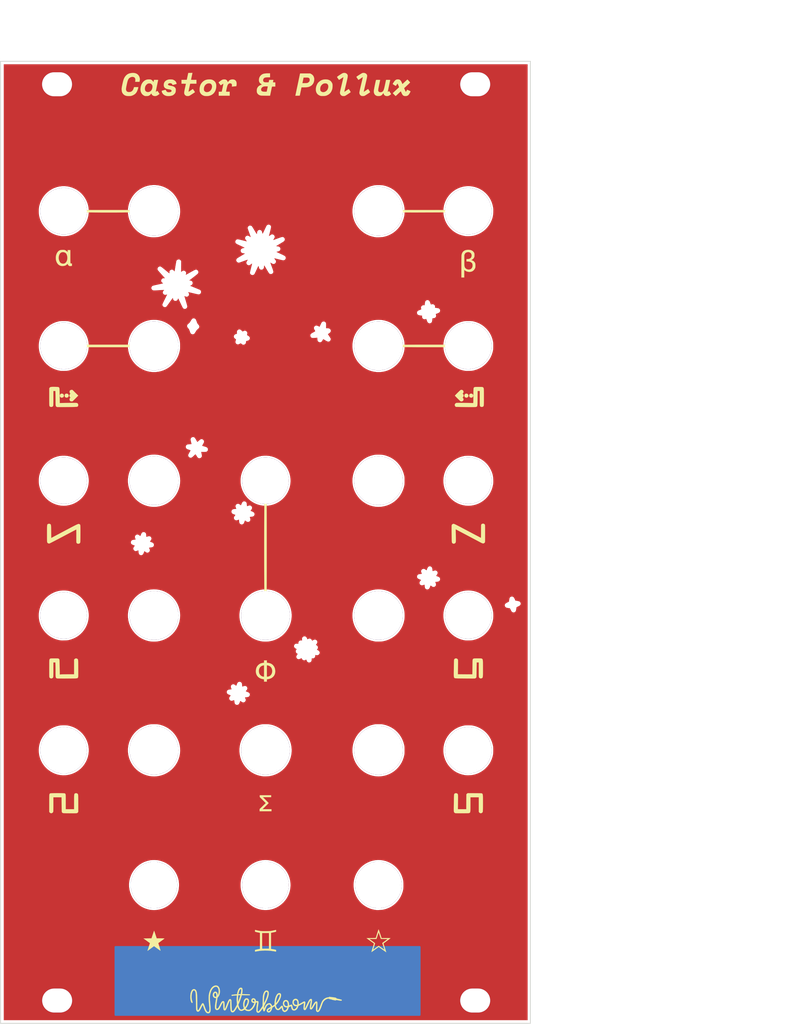
<source format=kicad_pcb>
(kicad_pcb (version 20171130) (host pcbnew "(5.1.6-0-10_14)")
  (title_block (title "Castor & Pollux Panel") (date 2020-08-08) (rev v0) (company Winterbloom) (comment 1 "CC BY-SA 4.0") (comment 2 winterbloom.com))
  (layers (0 F.Cu signal hide) (31 B.Cu signal) (34 B.Paste user) (35 F.Paste user) (36 B.SilkS user) (37 F.SilkS user) (38 B.Mask user) (39 F.Mask user) (44 Edge.Cuts user))
  (net 0 "")
  (module panel:MountingHoleEurorackSlotM3 (layer F.Cu) (at 114.6429 171.7929)
    (fp_text reference " " hide)
    (fp_text value " " hide)
    (pad "" np_thru_hole roundrect (at 0 0) (size 4 3.2) (drill oval 4 3.2) (layers *.Cu *.Mask) (roundrect_rratio 0.5))
  )
  (module panel:MountingHoleEurorackSlotM3 (layer F.Cu) (at 114.6429 49.4157)
    (fp_text reference " " hide)
    (fp_text value " " hide)
    (pad "" np_thru_hole roundrect (at 0 0) (size 4 3.2) (drill oval 4 3.2) (layers *.Cu *.Mask) (roundrect_rratio 0.5))
  )
  (module panel:MountingHoleEurorackSlotM3 (layer F.Cu) (at 58.7756 171.7929)
    (fp_text reference " " hide)
    (fp_text value " " hide)
    (pad "" np_thru_hole roundrect (at 0 0) (size 4 3.2) (drill oval 4 3.2) (layers *.Cu *.Mask) (roundrect_rratio 0.5))
  )
  (module panel:MountingHoleEurorackSlotM3 (layer F.Cu) (at 58.7629 49.4157)
    (fp_text reference " " hide)
    (fp_text value " " hide)
    (pad "" np_thru_hole roundrect (at 0 0) (size 4 3.2) (drill oval 4 3.2) (layers *.Cu *.Mask) (roundrect_rratio 0.5))
  )
  (module panel:F.SilkS_g3413 (layer F.Cu) (at 86.614 110.5916)
    (fp_text reference G*** hide)
    (fp_text value LOGO hide)
  )
  (module LOGO (layer F.Cu) (at 86.614 110.5916)
    (fp_text reference G*** hide)
    (fp_text value LOGO hide)
    (fp_poly (pts (xy 35.030834 63.8175) (xy -34.967333 63.8175) (xy -34.967333 45.60165) (xy -18.236859 45.60165) (xy -18.235065 45.960212) (xy -18.228615 46.044374) (xy -18.173742 46.42274) (xy -18.079744 46.786578) (xy -17.947981 47.133735) (xy -17.77981 47.462058) (xy -17.576592 47.769395) (xy -17.339686 48.053592) (xy -17.07045 48.312497) (xy -16.770244 48.543957) (xy -16.569348 48.672623) (xy -16.338126 48.794786) (xy -16.080765 48.904077) (xy -15.811284 48.995659) (xy -15.5437 49.064698) (xy -15.322454 49.102772) (xy -15.175238 49.116) (xy -15.004184 49.123108) (xy -14.825388 49.124036) (xy -14.654944 49.118723) (xy -14.508944 49.107108) (xy -14.498611 49.105881) (xy -14.12689 49.039475) (xy -13.769194 48.933494) (xy -13.427697 48.789003) (xy -13.104573 48.607069) (xy -12.801995 48.388756) (xy -12.525633 48.138663) (xy -12.273891 47.859769) (xy -12.061672 47.569637) (xy -11.886763 47.264115) (xy -11.746952 46.939048) (xy -11.640025 46.590285) (xy -11.595785 46.393682) (xy -11.570168 46.22505) (xy -11.55356 46.029645) (xy -11.546053 45.820295) (xy -11.546707 45.738684) (xy -3.334963 45.738684) (xy -3.331336 45.957406) (xy -3.31724 46.165662) (xy -3.292651 46.350573) (xy -3.285837 46.386807) (xy -3.235812 46.598289) (xy -3.169796 46.820309) (xy -3.093872 47.033826) (xy -3.031975 47.181583) (xy -2.87645 47.475818) (xy -2.683891 47.760075) (xy -2.459357 48.028892) (xy -2.207904 48.276812) (xy -1.934591 48.498376) (xy -1.644475 48.688123) (xy -1.62677 48.698305) (xy -1.374936 48.825227) (xy -1.097331 48.935627) (xy -0.808922 49.024509) (xy -0.524672 49.086877) (xy -0.41275 49.103631) (xy -0.266742 49.116705) (xy -0.095246 49.123399) (xy 0.085376 49.123696) (xy 0.258759 49.117578) (xy 0.40854 49.105028) (xy 0.41275 49.104522) (xy 0.780176 49.038869) (xy 1.133998 48.933396) (xy 1.472794 48.788827) (xy 1.795145 48.605885) (xy 2.09963 48.385291) (xy 2.384829 48.127768) (xy 2.436669 48.074776) (xy 2.677407 47.79434) (xy 2.88222 47.494243) (xy 3.050883 47.177576) (xy 3.18317 46.84743) (xy 3.278857 46.506894) (xy 3.337718 46.159059) (xy 3.359529 45.807015) (xy 3.351401 45.62139) (xy 11.765721 45.62139) (xy 11.768673 45.977442) (xy 11.809559 46.331438) (xy 11.888205 46.680286) (xy 12.004435 47.020893) (xy 12.158073 47.350168) (xy 12.348945 47.66502) (xy 12.55412 47.935528) (xy 12.795424 48.191911) (xy 13.065931 48.423097) (xy 13.360308 48.626001) (xy 13.673218 48.797539) (xy 13.999327 48.934629) (xy 14.333301 49.034185) (xy 14.520334 49.072151) (xy 14.613985 49.087966) (xy 14.697002 49.10206) (xy 14.756935 49.112315) (xy 14.774334 49.115338) (xy 14.846498 49.122188) (xy 14.951259 49.124486) (xy 15.079181 49.122709) (xy 15.220826 49.117332) (xy 15.366758 49.108831) (xy 15.50754 49.097681) (xy 15.633736 49.084359) (xy 15.735907 49.069339) (xy 15.753619 49.065975) (xy 16.117619 48.972169) (xy 16.46346 48.841234) (xy 16.78911 48.675182) (xy 17.09254 48.476026) (xy 17.371718 48.245777) (xy 17.624614 47.986447) (xy 17.849197 47.700049) (xy 18.043436 47.388594) (xy 18.205301 47.054095) (xy 18.33276 46.698563) (xy 18.398895 46.445138) (xy 18.415003 46.36708) (xy 18.42699 46.292046) (xy 18.43545 46.211655) (xy 18.44098 46.117525) (xy 18.444172 46.001275) (xy 18.445623 45.854523) (xy 18.445853 45.7835) (xy 18.44417 45.579256) (xy 18.437154 45.406664) (xy 18.423175 45.255207) (xy 18.400604 45.114366) (xy 18.367812 44.973624) (xy 18.323169 44.822461) (xy 18.274537 44.677486) (xy 18.134588 44.33698) (xy 17.961212 44.019241) (xy 17.757182 43.72578) (xy 17.525277 43.458106) (xy 17.268269 43.217732) (xy 16.988937 43.006169) (xy 16.690054 42.824926) (xy 16.374397 42.675515) (xy 16.044741 42.559448) (xy 15.703862 42.478234) (xy 15.354536 42.433386) (xy 14.999538 42.426413) (xy 14.641644 42.458826) (xy 14.317419 42.523412) (xy 13.955498 42.63599) (xy 13.611893 42.785532) (xy 13.289146 42.970258) (xy 12.989794 43.188389) (xy 12.716379 43.438145) (xy 12.471439 43.717748) (xy 12.326128 43.918494) (xy 12.136773 44.238451) (xy 11.986231 44.571811) (xy 11.874325 44.915483) (xy 11.80088 45.266373) (xy 11.765721 45.62139) (xy 3.351401 45.62139) (xy 3.344064 45.453854) (xy 3.2911 45.102664) (xy 3.200409 44.756537) (xy 3.071768 44.418562) (xy 2.904952 44.091831) (xy 2.74486 43.842035) (xy 2.648051 43.716671) (xy 2.525676 43.576689) (xy 2.387075 43.431419) (xy 2.241591 43.290188) (xy 2.098566 43.162328) (xy 1.96734 43.057166) (xy 1.93675 43.035006) (xy 1.78049 42.934236) (xy 1.597666 42.831661) (xy 1.403039 42.734657) (xy 1.211373 42.6506) (xy 1.044393 42.589107) (xy 0.678918 42.492474) (xy 0.310598 42.437717) (xy -0.058316 42.424684) (xy -0.425573 42.453226) (xy -0.788924 42.523193) (xy -1.146118 42.634433) (xy -1.42875 42.754385) (xy -1.758691 42.934672) (xy -2.062262 43.147296) (xy -2.337991 43.390361) (xy -2.584411 43.66197) (xy -2.800051 43.960225) (xy -2.983442 44.283229) (xy -3.133114 44.629086) (xy -3.247597 44.995898) (xy -3.283301 45.1485) (xy -3.310919 45.321353) (xy -3.328149 45.522374) (xy -3.334963 45.738684) (xy -11.546707 45.738684) (xy -11.54774 45.609827) (xy -11.558713 45.411069) (xy -11.579066 45.236849) (xy -11.587101 45.190833) (xy -11.678126 44.824494) (xy -11.806167 44.475668) (xy -11.969018 44.14653) (xy -12.16447 43.839257) (xy -12.390314 43.556026) (xy -12.644343 43.299013) (xy -12.924348 43.070394) (xy -13.228122 42.872347) (xy -13.553456 42.707048) (xy -13.898142 42.576674) (xy -14.259972 42.4834) (xy -14.351 42.466452) (xy -14.501199 42.447347) (xy -14.678558 42.435595) (xy -14.869962 42.431183) (xy -15.062294 42.4341) (xy -15.242437 42.444334) (xy -15.397276 42.461875) (xy -15.4305 42.467401) (xy -15.809572 42.55601) (xy -16.168093 42.681573) (xy -16.505873 42.843995) (xy -16.82272 43.043181) (xy -17.118444 43.279033) (xy -17.201089 43.355095) (xy -17.451036 43.620748) (xy -17.669452 43.911273) (xy -17.85486 44.222803) (xy -18.005781 44.551472) (xy -18.12074 44.893414) (xy -18.198258 45.244762) (xy -18.236859 45.60165) (xy -34.967333 45.60165) (xy -34.967333 27.685539) (xy -30.304775 27.685539) (xy -30.296221 28.035889) (xy -30.250437 28.385695) (xy -30.166811 28.732055) (xy -30.044735 29.07207) (xy -29.883599 29.402837) (xy -29.773567 29.586865) (xy -29.562397 29.878658) (xy -29.321289 30.144396) (xy -29.05381 30.382331) (xy -28.763529 30.590718) (xy -28.454013 30.767811) (xy -28.128829 30.911863) (xy -27.791544 31.021128) (xy -27.445726 31.09386) (xy -27.094942 31.128314) (xy -26.742759 31.122743) (xy -26.652329 31.11462) (xy -26.270233 31.053991) (xy -25.904996 30.955065) (xy -25.558426 30.819065) (xy -25.232329 30.647213) (xy -24.928512 30.440734) (xy -24.648781 30.20085) (xy -24.394944 29.928785) (xy -24.168808 29.625761) (xy -23.978147 29.304384) (xy -23.827385 28.973666) (xy -23.715863 28.631653) (xy -23.643127 28.28177) (xy -23.608727 27.927443) (xy -23.611714 27.6225) (xy -18.386902 27.6225) (xy -18.38356 27.99558) (xy -18.339208 28.365868) (xy -18.255165 28.729742) (xy -18.132745 29.083583) (xy -17.973266 29.423771) (xy -17.778043 29.746686) (xy -17.548395 30.048708) (xy -17.473529 30.134097) (xy -17.211281 30.393102) (xy -16.922598 30.622098) (xy -16.611461 30.819541) (xy -16.281851 30.983886) (xy -15.93775 31.113592) (xy -15.58314 31.207113) (xy -15.222 31.262907) (xy -14.858313 31.279429) (xy -14.562666 31.262764) (xy -14.179922 31.202492) (xy -13.811304 31.103409) (xy -13.459197 30.967191) (xy -13.125988 30.795516) (xy -12.814062 30.590061) (xy -12.525803 30.352502) (xy -12.263596 30.084518) (xy -12.029828 29.787784) (xy -11.826883 29.463979) (xy -11.726133 29.268404) (xy -11.582344 28.920288) (xy -11.478948 28.566598) (xy -11.414811 28.209976) (xy -11.394563 27.932151) (xy -3.487114 27.932151) (xy -3.453508 28.284422) (xy -3.383595 28.633698) (xy -3.276969 28.97719) (xy -3.133226 29.312107) (xy -2.951961 29.635658) (xy -2.732769 29.945051) (xy -2.664913 30.028325) (xy -2.409877 30.29999) (xy -2.126274 30.543209) (xy -1.818358 30.755517) (xy -1.490384 30.934451) (xy -1.146604 31.077548) (xy -0.791273 31.182343) (xy -0.607063 31.220232) (xy -0.500706 31.238223) (xy -0.39945 31.254151) (xy -0.31664 31.265978) (xy -0.275166 31.270886) (xy -0.179538 31.275728) (xy -0.053922 31.275988) (xy 0.089649 31.272215) (xy 0.239142 31.264962) (xy 0.382524 31.254778) (xy 0.507763 31.242216) (xy 0.582084 31.231643) (xy 0.950707 31.148014) (xy 1.302544 31.027552) (xy 1.635642 30.87266) (xy 1.948048 30.685741) (xy 2.237809 30.469198) (xy 2.502973 30.225432) (xy 2.741585 29.956848) (xy 2.951694 29.665846) (xy 3.131347 29.354831) (xy 3.278589 29.026204) (xy 3.39147 28.682369) (xy 3.468035 28.325727) (xy 3.506332 27.958683) (xy 3.506879 27.698501) (xy 11.613871 27.698501) (xy 11.625125 28.059777) (xy 11.673618 28.418538) (xy 11.75924 28.771761) (xy 11.881882 29.116421) (xy 12.041434 29.449495) (xy 12.237789 29.767958) (xy 12.470837 30.068786) (xy 12.494964 30.096432) (xy 12.755095 30.360434) (xy 13.041644 30.59425) (xy 13.350795 30.796364) (xy 13.678728 30.965263) (xy 14.021627 31.099431) (xy 14.375673 31.197355) (xy 14.737049 31.257521) (xy 15.101937 31.278413) (xy 15.433549 31.262045) (xy 15.818186 31.202265) (xy 16.188669 31.103351) (xy 16.54271 30.966686) (xy 16.878019 30.793654) (xy 17.192307 30.585641) (xy 17.483285 30.344029) (xy 17.748663 30.070204) (xy 17.986152 29.765548) (xy 18.039897 29.68625) (xy 18.214192 29.393119) (xy 18.355916 29.089922) (xy 18.469232 28.766856) (xy 18.534244 28.522083) (xy 18.553609 28.437389) (xy 18.568264 28.364714) (xy 18.578859 28.295959) (xy 18.586044 28.223024) (xy 18.59047 28.137806) (xy 18.592787 28.032207) (xy 18.593646 27.898126) (xy 18.593728 27.78125) (xy 18.59324 27.62999) (xy 23.765508 27.62999) (xy 23.768346 27.987033) (xy 23.809549 28.341808) (xy 23.889039 28.691211) (xy 24.00674 29.032141) (xy 24.162575 29.361497) (xy 24.356467 29.676177) (xy 24.424778 29.770917) (xy 24.668406 30.062303) (xy 24.938629 30.321331) (xy 25.233461 30.54687) (xy 25.550917 30.737791) (xy 25.889009 30.892965) (xy 26.245753 31.011262) (xy 26.619163 31.091551) (xy 26.786417 31.114342) (xy 26.925862 31.123984) (xy 27.092548 31.125881) (xy 27.272189 31.120535) (xy 27.450505 31.108447) (xy 27.613211 31.090117) (xy 27.65425 31.083899) (xy 27.996995 31.007646) (xy 28.33476 30.892221) (xy 28.661271 30.740763) (xy 28.97025 30.556413) (xy 29.255422 30.342311) (xy 29.40555 30.207553) (xy 29.66913 29.928999) (xy 29.893679 29.635901) (xy 30.080724 29.325853) (xy 30.231789 28.996446) (xy 30.306627 28.785899) (xy 30.353071 28.633532) (xy 30.388404 28.498127) (xy 30.414022 28.369503) (xy 30.431324 28.23748) (xy 30.441706 28.091876) (xy 30.446565 27.922511) (xy 30.447411 27.760083) (xy 30.446793 27.606879) (xy 30.444955 27.487081) (xy 30.44113 27.391762) (xy 30.434548 27.311997) (xy 30.424441 27.238861) (xy 30.41004 27.163427) (xy 30.390576 27.07677) (xy 30.387397 27.063208) (xy 30.279424 26.690888) (xy 30.136298 26.340415) (xy 29.959295 26.013409) (xy 29.749691 25.71149) (xy 29.508762 25.436278) (xy 29.237783 25.189394) (xy 28.93803 24.972458) (xy 28.610779 24.787089) (xy 28.585584 24.774709) (xy 28.38676 24.682651) (xy 28.20626 24.610211) (xy 28.028353 24.551858) (xy 27.837311 24.50206) (xy 27.762286 24.48516) (xy 27.679312 24.468443) (xy 27.600425 24.456168) (xy 27.516674 24.447692) (xy 27.419109 24.442373) (xy 27.298778 24.439567) (xy 27.14673 24.438631) (xy 27.1145 24.438612) (xy 26.956299 24.439251) (xy 26.831328 24.441611) (xy 26.730497 24.446357) (xy 26.644718 24.454152) (xy 26.5649 24.465662) (xy 26.481953 24.48155) (xy 26.458334 24.486571) (xy 26.085518 24.58765) (xy 25.732762 24.725133) (xy 25.401796 24.897856) (xy 25.094349 25.104655) (xy 24.812151 25.344366) (xy 24.55693 25.615824) (xy 24.330417 25.917867) (xy 24.329466 25.919292) (xy 24.139332 26.241157) (xy 23.987946 26.576261) (xy 23.875231 26.921502) (xy 23.80111 27.273779) (xy 23.765508 27.62999) (xy 18.59324 27.62999) (xy 18.593194 27.615956) (xy 18.591365 27.485046) (xy 18.58771 27.380578) (xy 18.581695 27.294611) (xy 18.572787 27.219202) (xy 18.560454 27.146409) (xy 18.546652 27.079622) (xy 18.443121 26.700963) (xy 18.303256 26.34245) (xy 18.128884 26.005899) (xy 17.92183 25.693127) (xy 17.683919 25.405947) (xy 17.416976 25.146177) (xy 17.122828 24.91563) (xy 16.803299 24.716124) (xy 16.460216 24.549472) (xy 16.095403 24.417491) (xy 15.790334 24.338349) (xy 15.707861 24.321656) (xy 15.630899 24.309263) (xy 15.550825 24.300558) (xy 15.459016 24.29493) (xy 15.346851 24.291766) (xy 15.205708 24.290455) (xy 15.113 24.290302) (xy 14.952327 24.290857) (xy 14.825356 24.29293) (xy 14.723464 24.297133) (xy 14.63803 24.304077) (xy 14.56043 24.314374) (xy 14.482044 24.328635) (xy 14.435667 24.338349) (xy 14.054577 24.441297) (xy 13.69232 24.580716) (xy 13.351052 24.755263) (xy 13.032929 24.963595) (xy 12.740106 25.204367) (xy 12.474741 25.476238) (xy 12.334457 25.647386) (xy 12.119991 25.960244) (xy 11.943417 26.288732) (xy 11.804628 26.629826) (xy 11.703513 26.980501) (xy 11.639964 27.337734) (xy 11.613871 27.698501) (xy 3.506879 27.698501) (xy 3.507017 27.633083) (xy 3.469135 27.25202) (xy 3.391891 26.882868) (xy 3.277143 26.528062) (xy 3.126752 26.190035) (xy 2.942575 25.871221) (xy 2.726474 25.574056) (xy 2.480306 25.300972) (xy 2.205931 25.054403) (xy 1.905209 24.836785) (xy 1.579999 24.650551) (xy 1.232161 24.498135) (xy 1.068917 24.441285) (xy 0.902872 24.390528) (xy 0.754724 24.352003) (xy 0.613744 24.324182) (xy 0.469203 24.305538) (xy 0.310372 24.294541) (xy 0.126521 24.289664) (xy 0 24.289039) (xy -0.158354 24.289788) (xy -0.283574 24.29225) (xy -0.384846 24.297104) (xy -0.471356 24.305029) (xy -0.55229 24.316703) (xy -0.636834 24.332806) (xy -0.660914 24.337882) (xy -1.028827 24.434382) (xy -1.371334 24.561848) (xy -1.694305 24.722718) (xy -1.915268 24.858747) (xy -2.222484 25.087466) (xy -2.497438 25.341097) (xy -2.739726 25.616852) (xy -2.948945 25.911939) (xy -3.124688 26.223567) (xy -3.266551 26.548945) (xy -3.37413 26.885284) (xy -3.44702 27.229791) (xy -3.484816 27.579677) (xy -3.487114 27.932151) (xy -11.394563 27.932151) (xy -11.388798 27.853061) (xy -11.399772 27.498494) (xy -11.446599 27.148915) (xy -11.528144 26.806966) (xy -11.643272 26.475285) (xy -11.790847 26.156514) (xy -11.969734 25.853294) (xy -12.178799 25.568263) (xy -12.416905 25.304064) (xy -12.682917 25.063335) (xy -12.975701 24.848719) (xy -13.294122 24.662855) (xy -13.637043 24.508383) (xy -13.797565 24.450313) (xy -13.958586 24.398731) (xy -14.101938 24.3592) (xy -14.237723 24.330246) (xy -14.376043 24.310393) (xy -14.527002 24.298165) (xy -14.700701 24.292087) (xy -14.89075 24.29066) (xy -15.088807 24.292486) (xy -15.25491 24.298607) (xy -15.39935 24.310585) (xy -15.53242 24.32998) (xy -15.664409 24.358353) (xy -15.80561 24.397263) (xy -15.966313 24.448273) (xy -15.996629 24.458366) (xy -16.349904 24.598297) (xy -16.681589 24.773176) (xy -16.989769 24.980466) (xy -17.272527 25.217632) (xy -17.527947 25.482138) (xy -17.754114 25.771446) (xy -17.949111 26.083022) (xy -18.111024 26.414329) (xy -18.237935 26.762831) (xy -18.32793 27.125992) (xy -18.379092 27.501276) (xy -18.386902 27.6225) (xy -23.611714 27.6225) (xy -23.612208 27.572095) (xy -23.65312 27.219152) (xy -23.731008 26.872038) (xy -23.845421 26.534178) (xy -23.995906 26.208998) (xy -24.182011 25.899921) (xy -24.403283 25.610372) (xy -24.477214 25.527) (xy -24.749225 25.260374) (xy -25.043286 25.029482) (xy -25.360114 24.833922) (xy -25.700428 24.673292) (xy -26.064945 24.547189) (xy -26.3525 24.475482) (xy -26.477573 24.456236) (xy -26.633869 24.443243) (xy -26.810756 24.436415) (xy -26.997602 24.435661) (xy -27.183775 24.440892) (xy -27.358642 24.452018) (xy -27.511571 24.46895) (xy -27.608539 24.486074) (xy -27.979346 24.587309) (xy -28.328628 24.72236) (xy -28.653291 24.889933) (xy -28.806918 24.986513) (xy -29.106018 25.211229) (xy -29.373372 25.461508) (xy -29.608371 25.734448) (xy -29.810406 26.027149) (xy -29.978866 26.33671) (xy -30.113143 26.66023) (xy -30.212626 26.994809) (xy -30.276706 27.337546) (xy -30.304775 27.685539) (xy -34.967333 27.685539) (xy -34.967333 19.995706) (xy -5.183579 19.995706) (xy -5.166997 20.105397) (xy -5.113905 20.205935) (xy -5.099978 20.222869) (xy -5.047781 20.269229) (xy -4.972244 20.312685) (xy -4.864785 20.358048) (xy -4.847022 20.364707) (xy -4.765305 20.396896) (xy -4.701147 20.425797) (xy -4.663224 20.447304) (xy -4.656666 20.454819) (xy -4.669093 20.481106) (xy -4.700945 20.527278) (xy -4.727459 20.561237) (xy -4.790406 20.643866) (xy -4.828148 20.710242) (xy -4.846347 20.773082) (xy -4.850694 20.838128) (xy -4.83159 20.955746) (xy -4.776528 21.053439) (xy -4.688887 21.126928) (xy -4.590756 21.167316) (xy -4.542022 21.176662) (xy -4.492922 21.174967) (xy -4.430248 21.160402) (xy -4.348429 21.133783) (xy -4.272818 21.108873) (xy -4.214228 21.091807) (xy -4.18265 21.085422) (xy -4.179996 21.085948) (xy -4.174729 21.108927) (xy -4.166729 21.164614) (xy -4.157263 21.243575) (xy -4.151098 21.301218) (xy -4.138701 21.405261) (xy -4.124749 21.478025) (xy -4.106236 21.53054) (xy -4.080158 21.573834) (xy -4.074902 21.58088) (xy -3.986014 21.667748) (xy -3.884347 21.715541) (xy -3.774651 21.723311) (xy -3.661673 21.690105) (xy -3.625858 21.670823) (xy -3.568403 21.625538) (xy -3.518455 21.559981) (xy -3.47128 21.466611) (xy -3.428908 21.357167) (xy -3.402149 21.285383) (xy -3.378936 21.229477) (xy -3.364301 21.201564) (xy -3.341077 21.204359) (xy -3.295717 21.229224) (xy -3.240891 21.268615) (xy -3.125308 21.346852) (xy -3.021117 21.387299) (xy -2.922425 21.39081) (xy -2.823344 21.358239) (xy -2.782054 21.335158) (xy -2.721005 21.278862) (xy -2.668057 21.198169) (xy -2.633115 21.110789) (xy -2.624666 21.05373) (xy -2.632572 21.004273) (xy -2.653144 20.932921) (xy -2.677583 20.866263) (xy -2.704589 20.797331) (xy -2.723658 20.743945) (xy -2.7305 20.718517) (xy -2.711513 20.70828) (xy -2.663211 20.701908) (xy -2.629958 20.700877) (xy -2.489233 20.692793) (xy -2.363015 20.670404) (xy -2.261386 20.635975) (xy -2.211469 20.606843) (xy -2.146404 20.535685) (xy -2.100317 20.443441) (xy -2.079869 20.346448) (xy -2.082905 20.291528) (xy -2.103999 20.21712) (xy -2.140208 20.153753) (xy -2.196641 20.097491) (xy -2.278409 20.044401) (xy -2.390623 19.99055) (xy -2.538392 19.932004) (xy -2.560614 19.923794) (xy -2.630863 19.898005) (xy -2.556806 19.807377) (xy -2.472474 19.689306) (xy -2.425147 19.584032) (xy -2.41367 19.486023) (xy -2.436887 19.389747) (xy -2.459819 19.342878) (xy -2.532718 19.248719) (xy -2.624384 19.19239) (xy -2.73494 19.173861) (xy -2.864506 19.193103) (xy -2.957409 19.225206) (xy -3.089068 19.279353) (xy -3.099156 19.212302) (xy -3.106064 19.155871) (xy -3.113988 19.075815) (xy -3.120324 19.000602) (xy -3.146082 18.862646) (xy -3.198688 18.753689) (xy -3.275994 18.676133) (xy -3.375849 18.632375) (xy -3.458451 18.623139) (xy -3.554914 18.632883) (xy -3.634403 18.66521) (xy -3.701822 18.724762) (xy -3.762078 18.81618) (xy -3.820077 18.944108) (xy -3.832981 18.977506) (xy -3.863453 19.056135) (xy -3.888577 19.117058) (xy -3.904619 19.151399) (xy -3.908 19.155833) (xy -3.927485 19.144209) (xy -3.971971 19.113469) (xy -4.03253 19.069815) (xy -4.04415 19.061284) (xy -4.148183 18.9934) (xy -4.236817 18.957428) (xy -4.319618 18.95109) (xy -4.406151 18.972108) (xy -4.410974 18.973922) (xy -4.519283 19.033618) (xy -4.592006 19.115334) (xy -4.628546 19.217261) (xy -4.628308 19.337591) (xy -4.590694 19.474515) (xy -4.582583 19.4945) (xy -4.555381 19.560302) (xy -4.536284 19.608734) (xy -4.529666 19.628408) (xy -4.54923 19.63346) (xy -4.601695 19.640204) (xy -4.677719 19.647539) (xy -4.723218 19.651204) (xy -4.852403 19.66463) (xy -4.948461 19.684616) (xy -5.020468 19.714414) (xy -5.077502 19.757276) (xy -5.106604 19.788578) (xy -5.163499 19.88679) (xy -5.183579 19.995706) (xy -34.967333 19.995706) (xy -34.967333 13.864167) (xy 3.81 13.864167) (xy 3.817151 13.941307) (xy 3.841775 14.009024) (xy 3.888624 14.072971) (xy 3.962452 14.138802) (xy 4.068015 14.212169) (xy 4.140671 14.257387) (xy 4.163722 14.275539) (xy 4.160392 14.29603) (xy 4.129697 14.33147) (xy 4.088929 14.38331) (xy 4.061968 14.431753) (xy 4.044925 14.514835) (xy 4.047122 14.610386) (xy 4.067519 14.695378) (xy 4.074561 14.71079) (xy 4.120082 14.771355) (xy 4.18745 14.831987) (xy 4.258982 14.877607) (xy 4.281306 14.887089) (xy 4.297558 14.897945) (xy 4.296544 14.918669) (xy 4.275275 14.956757) (xy 4.23076 15.01971) (xy 4.225672 15.026633) (xy 4.152837 15.144169) (xy 4.118294 15.250205) (xy 4.121604 15.350325) (xy 4.162328 15.450111) (xy 4.189081 15.491305) (xy 4.267914 15.569492) (xy 4.364876 15.610636) (xy 4.477013 15.614403) (xy 4.601374 15.58046) (xy 4.673319 15.545924) (xy 4.740256 15.510648) (xy 4.79131 15.486593) (xy 4.816742 15.478295) (xy 4.817729 15.478673) (xy 4.831317 15.500394) (xy 4.857315 15.547142) (xy 4.87499 15.580207) (xy 4.944166 15.672638) (xy 5.033612 15.735218) (xy 5.134808 15.765467) (xy 5.239231 15.760907) (xy 5.338359 15.719057) (xy 5.34257 15.71625) (xy 5.393059 15.684132) (xy 5.428702 15.665349) (xy 5.435848 15.663333) (xy 5.450913 15.681425) (xy 5.475199 15.728663) (xy 5.501152 15.789221) (xy 5.548803 15.890259) (xy 5.603611 15.962024) (xy 5.676321 16.017428) (xy 5.704417 16.03343) (xy 5.79221 16.059277) (xy 5.892836 16.056062) (xy 5.990165 16.025597) (xy 6.039212 15.995804) (xy 6.112181 15.922831) (xy 6.157435 15.8326) (xy 6.178317 15.716916) (xy 6.180667 15.649144) (xy 6.180667 15.50377) (xy 6.312959 15.504177) (xy 6.399101 15.500415) (xy 6.460231 15.485772) (xy 6.513119 15.456171) (xy 6.514521 15.455176) (xy 6.594017 15.375671) (xy 6.645697 15.276065) (xy 6.663562 15.169139) (xy 6.661878 15.141278) (xy 6.65735 15.084902) (xy 6.663664 15.060194) (xy 6.685102 15.056999) (xy 6.696587 15.059007) (xy 6.83847 15.080476) (xy 6.950866 15.080223) (xy 7.041498 15.056717) (xy 7.118087 15.008428) (xy 7.16036 14.96709) (xy 7.228606 14.866064) (xy 7.25609 14.762367) (xy 7.243924 14.659537) (xy 7.193224 14.561113) (xy 7.105101 14.470636) (xy 6.980669 14.391644) (xy 6.97912 14.390861) (xy 6.925236 14.363233) (xy 6.889955 14.344282) (xy 6.883286 14.34017) (xy 6.891859 14.322832) (xy 6.921212 14.28686) (xy 6.931024 14.276059) (xy 6.974299 14.214657) (xy 7.007432 14.14304) (xy 7.00963 14.136121) (xy 7.020012 14.032654) (xy 6.995209 13.928736) (xy 6.940673 13.835776) (xy 6.861855 13.765186) (xy 6.822696 13.744901) (xy 6.776395 13.722753) (xy 6.752897 13.706031) (xy 6.752167 13.704098) (xy 6.763493 13.682462) (xy 6.79331 13.636137) (xy 6.835373 13.574789) (xy 6.839135 13.569443) (xy 6.907745 13.452788) (xy 6.938576 13.348081) (xy 6.932434 13.249851) (xy 6.898367 13.166693) (xy 6.823117 13.070674) (xy 6.72669 13.010697) (xy 6.611657 12.988313) (xy 6.601928 12.988192) (xy 6.533639 12.994143) (xy 6.467685 13.015671) (xy 6.388248 13.058288) (xy 6.371508 13.068494) (xy 6.307526 13.106606) (xy 6.25939 13.132674) (xy 6.236471 13.141668) (xy 6.235857 13.141357) (xy 6.225032 13.118559) (xy 6.2061 13.072992) (xy 6.20407 13.067904) (xy 6.144495 12.968447) (xy 6.06087 12.896984) (xy 5.961578 12.856068) (xy 5.855004 12.84825) (xy 5.749534 12.876082) (xy 5.689725 12.911357) (xy 5.647426 12.939716) (xy 5.622255 12.951117) (xy 5.62029 12.950572) (xy 5.608675 12.929315) (xy 5.584147 12.879716) (xy 5.551654 12.811813) (xy 5.546146 12.800132) (xy 5.481211 12.685709) (xy 5.40937 12.609156) (xy 5.324703 12.566023) (xy 5.221288 12.551861) (xy 5.2158 12.551833) (xy 5.099999 12.569409) (xy 5.005526 12.622981) (xy 4.93038 12.713816) (xy 4.914374 12.742504) (xy 4.887367 12.801988) (xy 4.874661 12.856723) (xy 4.873548 12.924348) (xy 4.877621 12.981976) (xy 4.883586 13.057781) (xy 4.88348 13.099688) (xy 4.875025 13.115962) (xy 4.855941 13.114868) (xy 4.842164 13.110544) (xy 4.753552 13.097327) (xy 4.654774 13.106065) (xy 4.57508 13.132324) (xy 4.492487 13.195687) (xy 4.430688 13.283453) (xy 4.396077 13.38309) (xy 4.39505 13.482066) (xy 4.395479 13.484268) (xy 4.40741 13.543925) (xy 4.216405 13.540004) (xy 4.120625 13.539413) (xy 4.055954 13.543555) (xy 4.011271 13.554218) (xy 3.975455 13.573189) (xy 3.965325 13.580363) (xy 3.87505 13.669093) (xy 3.822988 13.7728) (xy 3.81 13.864167) (xy -34.967333 13.864167) (xy -34.967333 9.879733) (xy -30.306615 9.879733) (xy -30.278062 10.223324) (xy -30.21396 10.562253) (xy -30.114671 10.893727) (xy -29.980561 11.214951) (xy -29.811991 11.523131) (xy -29.609327 11.815472) (xy -29.372932 12.089181) (xy -29.103169 12.341463) (xy -28.83394 12.546656) (xy -28.569946 12.70839) (xy -28.279728 12.849723) (xy -27.976763 12.964944) (xy -27.67453 13.048343) (xy -27.625627 13.058657) (xy -27.521361 13.07931) (xy -27.436626 13.094591) (xy -27.362086 13.105173) (xy -27.288406 13.111731) (xy -27.206251 13.114939) (xy -27.106285 13.115469) (xy -26.979172 13.113997) (xy -26.881666 13.112356) (xy -26.709507 13.107864) (xy -26.569917 13.100544) (xy -26.453179 13.089567) (xy -26.349578 13.074103) (xy -26.285643 13.061461) (xy -25.924737 12.963449) (xy -25.584968 12.830968) (xy -25.267605 12.666559) (xy -24.973918 12.472761) (xy -24.705176 12.252115) (xy -24.462647 12.00716) (xy -24.247602 11.740435) (xy -24.06131 11.454482) (xy -23.905039 11.151839) (xy -23.780058 10.835047) (xy -23.687637 10.506645) (xy -23.629046 10.169173) (xy -23.605553 9.825172) (xy -23.610581 9.689237) (xy -18.389166 9.689237) (xy -18.379212 10.055697) (xy -18.330786 10.418152) (xy -18.244382 10.773659) (xy -18.120493 11.119277) (xy -17.959613 11.452064) (xy -17.762236 11.769078) (xy -17.528856 12.067376) (xy -17.362437 12.245496) (xy -17.074345 12.504416) (xy -16.763758 12.728246) (xy -16.433 12.915799) (xy -16.084395 13.06589) (xy -15.720267 13.177333) (xy -15.417215 13.238196) (xy -15.269612 13.254948) (xy -15.093855 13.265083) (xy -14.903609 13.268591) (xy -14.712535 13.26546) (xy -14.534297 13.255678) (xy -14.382556 13.239234) (xy -14.381401 13.239063) (xy -14.007762 13.162558) (xy -13.647905 13.046904) (xy -13.304327 12.893753) (xy -12.979527 12.704758) (xy -12.676002 12.481572) (xy -12.396248 12.225846) (xy -12.142764 11.939233) (xy -11.918047 11.623385) (xy -11.902713 11.59903) (xy -11.728351 11.280406) (xy -11.588762 10.940881) (xy -11.48524 10.585465) (xy -11.419082 10.219167) (xy -11.391582 9.846997) (xy -11.392823 9.728118) (xy -3.489185 9.728118) (xy -3.474771 10.09349) (xy -3.423409 10.455162) (xy -3.353179 10.74603) (xy -3.227984 11.102945) (xy -3.065109 11.44285) (xy -2.866738 11.762988) (xy -2.635052 12.060603) (xy -2.372233 12.33294) (xy -2.080464 12.577241) (xy -1.761928 12.790751) (xy -1.710441 12.820831) (xy -1.392464 12.980661) (xy -1.053229 13.109549) (xy -0.704115 13.203514) (xy -0.518583 13.237854) (xy -0.372103 13.254477) (xy -0.197477 13.264677) (xy -0.008407 13.268435) (xy 0.181408 13.26573) (xy 0.358265 13.256542) (xy 0.508466 13.240852) (xy 0.518584 13.239366) (xy 0.891031 13.162468) (xy 1.248138 13.047539) (xy 1.587626 12.896797) (xy 1.907218 12.712458) (xy 2.204635 12.49674) (xy 2.477598 12.25186) (xy 2.723831 11.980036) (xy 2.941054 11.683483) (xy 3.126989 11.36442) (xy 3.279358 11.025063) (xy 3.395883 10.66763) (xy 3.460708 10.376118) (xy 3.505615 10.00641) (xy 3.508335 9.763328) (xy 11.611729 9.763328) (xy 11.628009 10.115663) (xy 11.680245 10.465914) (xy 11.768711 10.811278) (xy 11.89368 11.148955) (xy 12.055423 11.47614) (xy 12.254216 11.790032) (xy 12.49033 12.087827) (xy 12.533966 12.136394) (xy 12.808518 12.40579) (xy 13.107689 12.640936) (xy 13.430611 12.841382) (xy 13.776413 13.006678) (xy 14.144226 13.136373) (xy 14.53318 13.230017) (xy 14.70025 13.258136) (xy 14.74089 13.260781) (xy 14.816056 13.262525) (xy 14.917949 13.263311) (xy 15.03877 13.263081) (xy 15.17072 13.261776) (xy 15.1765 13.261695) (xy 15.343022 13.258261) (xy 15.476698 13.252705) (xy 15.586998 13.24425) (xy 15.683387 13.232118) (xy 15.775334 13.215533) (xy 15.798685 13.210611) (xy 16.174337 13.108784) (xy 16.530819 12.970836) (xy 16.866137 12.79883) (xy 17.178301 12.594825) (xy 17.465319 12.360881) (xy 17.7252 12.099058) (xy 17.955951 11.811417) (xy 18.155581 11.500018) (xy 18.322099 11.166922) (xy 18.453513 10.814187) (xy 18.547832 10.443876) (xy 18.56544 10.348454) (xy 18.589414 10.158886) (xy 18.602274 9.945424) (xy 18.604297 9.720235) (xy 18.602247 9.666252) (xy 23.764389 9.666252) (xy 23.77195 10.02198) (xy 23.817757 10.376954) (xy 23.90217 10.728174) (xy 24.025546 11.072642) (xy 24.188243 11.407358) (xy 24.26016 11.530891) (xy 24.463911 11.824967) (xy 24.700876 12.096208) (xy 24.966942 12.341746) (xy 25.257992 12.558709) (xy 25.569914 12.74423) (xy 25.89859 12.895438) (xy 26.239908 13.009465) (xy 26.452083 13.059442) (xy 26.55644 13.079973) (xy 26.639426 13.095143) (xy 26.710432 13.10564) (xy 26.778848 13.112157) (xy 26.854066 13.115384) (xy 26.945477 13.116012) (xy 27.062473 13.114732) (xy 27.178 13.112845) (xy 27.346838 13.108632) (xy 27.483287 13.101763) (xy 27.597253 13.091385) (xy 27.698641 13.076647) (xy 27.776198 13.061395) (xy 28.143027 12.961044) (xy 28.490549 12.824624) (xy 28.816758 12.654281) (xy 29.119649 12.452158) (xy 29.397216 12.220403) (xy 29.647454 11.961159) (xy 29.868357 11.676573) (xy 30.05792 11.36879) (xy 30.214137 11.039955) (xy 30.335003 10.692214) (xy 30.418512 10.327711) (xy 30.435859 10.216286) (xy 30.449827 10.072061) (xy 30.456839 9.900582) (xy 30.457036 9.71633) (xy 30.450557 9.533789) (xy 30.437543 9.367437) (xy 30.426799 9.282365) (xy 30.350449 8.915063) (xy 30.234744 8.562705) (xy 30.177225 8.437462) (xy 31.97185 8.437462) (xy 31.999022 8.538982) (xy 32.057824 8.633301) (xy 32.098456 8.674796) (xy 32.146796 8.708432) (xy 32.211364 8.736022) (xy 32.298761 8.759347) (xy 32.415589 8.780188) (xy 32.560305 8.799361) (xy 32.661526 8.811391) (xy 32.778985 9.041023) (xy 32.833038 9.143695) (xy 32.875665 9.215762) (xy 32.912722 9.265266) (xy 32.950064 9.300247) (xy 32.984681 9.323544) (xy 33.093425 9.368297) (xy 33.201837 9.371051) (xy 33.279972 9.34769) (xy 33.350402 9.31) (xy 33.405343 9.260505) (xy 33.44799 9.192851) (xy 33.481536 9.100686) (xy 33.509177 8.977656) (xy 33.529313 8.851831) (xy 33.554366 8.676079) (xy 33.785202 8.560311) (xy 33.904048 8.497295) (xy 33.989357 8.442234) (xy 34.047472 8.388886) (xy 34.08474 8.331006) (xy 34.107503 8.262354) (xy 34.112549 8.238212) (xy 34.110977 8.150498) (xy 34.081062 8.055906) (xy 34.02963 7.971124) (xy 33.985368 7.927224) (xy 33.94652 7.901801) (xy 33.898976 7.880578) (xy 33.835329 7.86153) (xy 33.748174 7.842633) (xy 33.630106 7.821864) (xy 33.556643 7.810063) (xy 33.40537 7.786245) (xy 33.335984 7.627106) (xy 33.265885 7.481386) (xy 33.197538 7.37379) (xy 33.126683 7.30054) (xy 33.049061 7.257856) (xy 32.96041 7.241959) (xy 32.903473 7.243421) (xy 32.785198 7.270545) (xy 32.69333 7.329172) (xy 32.631823 7.414728) (xy 32.614375 7.465588) (xy 32.594358 7.545733) (xy 32.574722 7.642477) (xy 32.563588 7.708077) (xy 32.528915 7.930697) (xy 32.317017 8.03464) (xy 32.194905 8.098721) (xy 32.106532 8.156481) (xy 32.045167 8.21402) (xy 32.004081 8.27744) (xy 31.980256 8.339924) (xy 31.97185 8.437462) (xy 30.177225 8.437462) (xy 30.080471 8.226791) (xy 29.888415 7.908817) (xy 29.659364 7.610281) (xy 29.412467 7.350094) (xy 29.12812 7.106851) (xy 28.824267 6.89984) (xy 28.503907 6.729499) (xy 28.170041 6.596263) (xy 27.825667 6.500568) (xy 27.473787 6.442852) (xy 27.117401 6.423549) (xy 26.759508 6.443097) (xy 26.403108 6.50193) (xy 26.051202 6.600487) (xy 25.706789 6.739202) (xy 25.593428 6.79482) (xy 25.311619 6.955594) (xy 25.055629 7.137009) (xy 24.812306 7.348638) (xy 24.752316 7.406987) (xy 24.502169 7.684012) (xy 24.287764 7.981279) (xy 24.109458 8.295787) (xy 23.96761 8.624538) (xy 23.862577 8.964532) (xy 23.794717 9.31277) (xy 23.764389 9.666252) (xy 18.602247 9.666252) (xy 18.59576 9.495486) (xy 18.57694 9.283342) (xy 18.548113 9.095971) (xy 18.535633 9.038167) (xy 18.426877 8.658413) (xy 18.286049 8.30547) (xy 18.112062 7.977302) (xy 17.90383 7.671877) (xy 17.660265 7.387157) (xy 17.64511 7.371318) (xy 17.357707 7.099976) (xy 17.055181 6.867952) (xy 16.736154 6.674584) (xy 16.399248 6.51921) (xy 16.043085 6.401171) (xy 15.666287 6.319803) (xy 15.377717 6.28321) (xy 15.031097 6.271886) (xy 14.678739 6.299753) (xy 14.326198 6.365201) (xy 13.979029 6.46662) (xy 13.642787 6.602403) (xy 13.323026 6.770939) (xy 13.0382 6.960947) (xy 12.743158 7.205927) (xy 12.481616 7.474044) (xy 12.253846 7.762497) (xy 12.060121 8.068483) (xy 11.900714 8.3892) (xy 11.775898 8.721846) (xy 11.685947 9.063617) (xy 11.631133 9.411712) (xy 11.611729 9.763328) (xy 3.508335 9.763328) (xy 3.509738 9.638047) (xy 3.474595 9.273986) (xy 3.401706 8.917186) (xy 3.292588 8.570603) (xy 3.148759 8.237195) (xy 2.971739 7.91992) (xy 2.763046 7.621734) (xy 2.524199 7.345596) (xy 2.256715 7.094463) (xy 1.962114 6.871293) (xy 1.641914 6.679042) (xy 1.534523 6.624648) (xy 1.180877 6.476254) (xy 0.817783 6.368346) (xy 0.448168 6.300926) (xy 0.074958 6.273995) (xy -0.29892 6.287556) (xy -0.670539 6.34161) (xy -1.036972 6.436159) (xy -1.395293 6.571206) (xy -1.507288 6.622745) (xy -1.83983 6.805813) (xy -2.147901 7.022264) (xy -2.429542 7.269624) (xy -2.682792 7.545424) (xy -2.905693 7.847193) (xy -3.096285 8.17246) (xy -3.252608 8.518755) (xy -3.372703 8.883606) (xy -3.406224 9.017) (xy -3.466414 9.366728) (xy -3.489185 9.728118) (xy -11.392823 9.728118) (xy -11.393839 9.630833) (xy -11.429775 9.254186) (xy -11.50405 8.891298) (xy -11.614417 8.544032) (xy -11.758629 8.214252) (xy -11.93444 7.90382) (xy -12.139602 7.614599) (xy -12.371868 7.348452) (xy -12.628992 7.107241) (xy -12.908726 6.89283) (xy -13.208824 6.707081) (xy -13.527039 6.551857) (xy -13.861124 6.42902) (xy -14.208831 6.340434) (xy -14.567915 6.287962) (xy -14.936128 6.273466) (xy -15.311223 6.298809) (xy -15.39875 6.310545) (xy -15.766129 6.385497) (xy -16.121478 6.499593) (xy -16.461764 6.650609) (xy -16.783954 6.836322) (xy -17.085015 7.05451) (xy -17.361912 7.302947) (xy -17.611613 7.579413) (xy -17.831084 7.881684) (xy -18.017293 8.207535) (xy -18.034382 8.242184) (xy -18.183255 8.595245) (xy -18.291681 8.956069) (xy -18.360153 9.321713) (xy -18.389166 9.689237) (xy -23.610581 9.689237) (xy -23.618427 9.477181) (xy -23.668938 9.127739) (xy -23.758354 8.779388) (xy -23.887946 8.434666) (xy -23.92882 8.345008) (xy -24.105027 8.020413) (xy -24.312867 7.721473) (xy -24.549425 7.449654) (xy -24.811783 7.206422) (xy -25.097026 6.993242) (xy -25.402236 6.811581) (xy -25.724499 6.662904) (xy -26.060896 6.548679) (xy -26.408513 6.47037) (xy -26.764432 6.429444) (xy -27.125738 6.427366) (xy -27.489513 6.465604) (xy -27.620112 6.489439) (xy -27.966843 6.581016) (xy -28.305 6.711613) (xy -28.629302 6.878137) (xy -28.93447 7.077497) (xy -29.215224 7.306602) (xy -29.466284 7.56236) (xy -29.480546 7.578784) (xy -29.711024 7.876769) (xy -29.903406 8.189651) (xy -30.058056 8.514637) (xy -30.175339 8.848932) (xy -30.255617 9.189743) (xy -30.299254 9.534274) (xy -30.306615 9.879733) (xy -34.967333 9.879733) (xy -34.967333 4.54965) (xy 20.246583 4.54965) (xy 20.251521 4.658598) (xy 20.254076 4.668829) (xy 20.293367 4.755313) (xy 20.363607 4.83033) (xy 20.468714 4.897141) (xy 20.595167 4.952496) (xy 20.675107 4.983207) (xy 20.738418 5.008284) (xy 20.775839 5.024024) (xy 20.781905 5.027192) (xy 20.773137 5.04563) (xy 20.743782 5.088786) (xy 20.699635 5.14827) (xy 20.686655 5.165109) (xy 20.634619 5.234532) (xy 20.604088 5.285653) (xy 20.589385 5.332626) (xy 20.584834 5.389602) (xy 20.584584 5.419555) (xy 20.590395 5.508986) (xy 20.610206 5.572216) (xy 20.628225 5.601015) (xy 20.71459 5.69043) (xy 20.812399 5.740699) (xy 20.924272 5.752408) (xy 21.052827 5.726143) (xy 21.103919 5.707415) (xy 21.188422 5.677368) (xy 21.238979 5.669042) (xy 21.252921 5.675234) (xy 21.260605 5.705694) (xy 21.268773 5.76681) (xy 21.275961 5.846949) (xy 21.27763 5.8717) (xy 21.286722 5.962095) (xy 21.30094 6.043515) (xy 21.31751 6.100785) (xy 21.320817 6.107919) (xy 21.392898 6.207108) (xy 21.484807 6.272924) (xy 21.589669 6.303149) (xy 21.70061 6.295565) (xy 21.791084 6.259693) (xy 21.855218 6.209819) (xy 21.913173 6.132992) (xy 21.968158 6.024007) (xy 22.019496 5.889064) (xy 22.043999 5.828262) (xy 22.067187 5.788104) (xy 22.079433 5.7785) (xy 22.107174 5.79091) (xy 22.154566 5.822746) (xy 22.189688 5.849785) (xy 22.269745 5.910602) (xy 22.332947 5.946946) (xy 22.392136 5.964513) (xy 22.458535 5.969) (xy 22.576736 5.950629) (xy 22.673421 5.896284) (xy 22.744305 5.810928) (xy 22.784673 5.715284) (xy 22.793052 5.614703) (xy 22.769428 5.500204) (xy 22.743742 5.430353) (xy 22.717988 5.364998) (xy 22.701381 5.317527) (xy 22.697522 5.298923) (xy 22.719657 5.294882) (xy 22.773907 5.288886) (xy 22.850159 5.282004) (xy 22.882069 5.279436) (xy 23.041274 5.257301) (xy 23.163932 5.217413) (xy 23.252763 5.15783) (xy 23.310489 5.076612) (xy 23.339831 4.971818) (xy 23.342214 4.951295) (xy 23.343441 4.874948) (xy 23.325923 4.810614) (xy 23.297236 4.75567) (xy 23.263954 4.70571) (xy 23.225212 4.666153) (xy 23.172478 4.631524) (xy 23.097221 4.596348) (xy 22.990908 4.555152) (xy 22.976417 4.549823) (xy 22.907243 4.522898) (xy 22.853886 4.499253) (xy 22.830245 4.485656) (xy 22.832324 4.460895) (xy 22.857927 4.412676) (xy 22.901123 4.351318) (xy 22.977755 4.228786) (xy 23.013071 4.113714) (xy 23.007073 4.00658) (xy 22.95976 3.907862) (xy 22.901067 3.843124) (xy 22.812936 3.7802) (xy 22.722302 3.753049) (xy 22.619897 3.76025) (xy 22.531917 3.786551) (xy 22.459672 3.812963) (xy 22.3999 3.834415) (xy 22.369936 3.844785) (xy 22.352665 3.844931) (xy 22.340546 3.827193) (xy 22.331553 3.784381) (xy 22.323658 3.709307) (xy 22.320387 3.669055) (xy 22.297704 3.508863) (xy 22.256339 3.384808) (xy 22.194473 3.294197) (xy 22.11029 3.234338) (xy 22.005909 3.203162) (xy 21.897656 3.203568) (xy 21.802225 3.242558) (xy 21.718787 3.320839) (xy 21.646512 3.439115) (xy 21.601988 3.546444) (xy 21.572898 3.625225) (xy 21.548012 3.688239) (xy 21.53148 3.725126) (xy 21.528517 3.729856) (xy 21.506369 3.72605) (xy 21.462629 3.700624) (xy 21.420377 3.669614) (xy 21.329467 3.601956) (xy 21.256721 3.56049) (xy 21.191143 3.540723) (xy 21.121732 3.53816) (xy 21.102366 3.539693) (xy 20.986716 3.570136) (xy 20.893371 3.635197) (xy 20.827026 3.73158) (xy 20.825999 3.733822) (xy 20.798583 3.80453) (xy 20.789062 3.866584) (xy 20.798058 3.933711) (xy 20.826193 4.019641) (xy 20.840629 4.05658) (xy 20.866449 4.125998) (xy 20.88244 4.178796) (xy 20.885343 4.204118) (xy 20.885036 4.204519) (xy 20.860602 4.211046) (xy 20.804099 4.219621) (xy 20.725648 4.228811) (xy 20.684517 4.232894) (xy 20.59068 4.244714) (xy 20.50574 4.260722) (xy 20.44389 4.278068) (xy 20.430313 4.283934) (xy 20.340765 4.351867) (xy 20.277926 4.443923) (xy 20.246583 4.54965) (xy -34.967333 4.54965) (xy -34.967333 -0.007231) (xy -17.997782 -0.007231) (xy -17.98375 0.104727) (xy -17.940422 0.19556) (xy -17.907038 0.238549) (xy -17.864387 0.274337) (xy -17.803627 0.308283) (xy -17.715919 0.345747) (xy -17.653 0.369789) (xy -17.576594 0.399243) (xy -17.515946 0.424374) (xy -17.481766 0.440695) (xy -17.47865 0.442839) (xy -17.482858 0.465037) (xy -17.508246 0.511094) (xy -17.549591 0.571779) (xy -17.557818 0.582867) (xy -17.607007 0.655496) (xy -17.645772 0.72581) (xy -17.66591 0.778882) (xy -17.666115 0.779917) (xy -17.665835 0.884183) (xy -17.630045 0.985757) (xy -17.564994 1.074991) (xy -17.476931 1.142238) (xy -17.414523 1.168358) (xy -17.366945 1.179916) (xy -17.323157 1.181205) (xy -17.270031 1.170544) (xy -17.19444 1.146256) (xy -17.167353 1.136745) (xy -17.090346 1.110086) (xy -17.029139 1.090044) (xy -16.994278 1.080038) (xy -16.990702 1.0795) (xy -16.981911 1.09849) (xy -16.976434 1.1468) (xy -16.975544 1.180042) (xy -16.968489 1.307841) (xy -16.949299 1.427694) (xy -16.920468 1.527792) (xy -16.888814 1.59057) (xy -16.829541 1.648482) (xy -16.74782 1.697999) (xy -16.662127 1.729282) (xy -16.617224 1.735202) (xy -16.567102 1.726341) (xy -16.501213 1.703469) (xy -16.47405 1.6913) (xy -16.409603 1.650064) (xy -16.354492 1.590169) (xy -16.304099 1.504728) (xy -16.253811 1.386855) (xy -16.234255 1.3335) (xy -16.209218 1.263953) (xy -16.189958 1.212263) (xy -16.180525 1.189296) (xy -16.180429 1.189154) (xy -16.162399 1.197486) (xy -16.119133 1.225661) (xy -16.059195 1.268034) (xy -16.045014 1.278412) (xy -15.970619 1.327771) (xy -15.89806 1.366966) (xy -15.842357 1.387942) (xy -15.839832 1.388454) (xy -15.73372 1.389112) (xy -15.635208 1.355271) (xy -15.550848 1.293838) (xy -15.487195 1.211718) (xy -15.4508 1.115819) (xy -15.448217 1.013047) (xy -15.454807 0.982659) (xy -15.476882 0.914217) (xy -15.506408 0.835989) (xy -15.515524 0.814082) (xy -15.555346 0.721181) (xy -15.487631 0.710972) (xy -15.429404 0.703581) (xy -15.349136 0.695066) (xy -15.285818 0.689184) (xy -15.142532 0.663762) (xy -15.033801 0.614689) (xy -14.958478 0.541064) (xy -14.915418 0.441986) (xy -14.906488 0.39091) (xy -14.905523 0.280359) (xy -14.932371 0.189118) (xy -14.990514 0.112882) (xy -15.083435 0.047347) (xy -15.214616 -0.01179) (xy -15.239874 -0.021121) (xy -15.321645 -0.051616) (xy -15.385869 -0.077487) (xy -15.423878 -0.095139) (xy -15.4305 -0.100233) (xy -15.418691 -0.120949) (xy -15.387502 -0.16612) (xy -15.343291 -0.226589) (xy -15.336004 -0.236315) (xy -15.266119 -0.343242) (xy -15.230216 -0.436179) (xy -15.226058 -0.523049) (xy -15.239108 -0.579381) (xy -15.294276 -0.693076) (xy -15.372187 -0.771548) (xy -15.471275 -0.81423) (xy -15.589968 -0.820555) (xy -15.726699 -0.789954) (xy -15.773236 -0.772583) (xy -15.839649 -0.745816) (xy -15.887895 -0.726786) (xy -15.907362 -0.719667) (xy -15.910549 -0.739215) (xy -15.915832 -0.791599) (xy -15.922311 -0.867428) (xy -15.925699 -0.910943) (xy -15.937498 -1.03318) (xy -15.953354 -1.12267) (xy -15.976068 -1.188982) (xy -16.008442 -1.241685) (xy -16.029868 -1.26672) (xy -16.123533 -1.339609) (xy -16.232773 -1.373226) (xy -16.277166 -1.375833) (xy -16.379688 -1.362096) (xy -16.46612 -1.318662) (xy -16.539932 -1.242195) (xy -16.604595 -1.12936) (xy -16.649494 -1.017963) (xy -16.678781 -0.940673) (xy -16.704674 -0.881512) (xy -16.722996 -0.849684) (xy -16.727218 -0.846667) (xy -16.751397 -0.858886) (xy -16.79782 -0.890766) (xy -16.850607 -0.930872) (xy -16.961505 -1.0053) (xy -17.061714 -1.042577) (xy -17.157527 -1.044331) (xy -17.221644 -1.02673) (xy -17.326559 -0.965098) (xy -17.403535 -0.873602) (xy -17.441497 -0.782557) (xy -17.451297 -0.732509) (xy -17.449867 -0.683209) (xy -17.435406 -0.620871) (xy -17.410304 -0.543803) (xy -17.384884 -0.468702) (xy -17.365977 -0.410077) (xy -17.356979 -0.378531) (xy -17.356666 -0.37632) (xy -17.376148 -0.369204) (xy -17.428037 -0.360775) (xy -17.502499 -0.352516) (xy -17.531291 -0.350004) (xy -17.655325 -0.337203) (xy -17.746317 -0.320093) (xy -17.813546 -0.295484) (xy -17.86629 -0.260183) (xy -17.904787 -0.221536) (xy -17.971302 -0.117844) (xy -17.997782 -0.007231) (xy -34.967333 -0.007231) (xy -34.967333 -4.114818) (xy -4.551603 -4.114818) (xy -4.541172 -4.011076) (xy -4.500053 -3.91509) (xy -4.428279 -3.836019) (xy -4.396308 -3.814264) (xy -4.340252 -3.785896) (xy -4.262239 -3.752359) (xy -4.191 -3.725242) (xy -4.119216 -3.698483) (xy -4.06331 -3.675269) (xy -4.035398 -3.660634) (xy -4.038192 -3.63741) (xy -4.063057 -3.592051) (xy -4.102448 -3.537225) (xy -4.180686 -3.421642) (xy -4.221132 -3.31745) (xy -4.224643 -3.218759) (xy -4.192072 -3.119677) (xy -4.168991 -3.078388) (xy -4.112696 -3.017339) (xy -4.032003 -2.964391) (xy -3.944623 -2.929449) (xy -3.887563 -2.921) (xy -3.838106 -2.928905) (xy -3.766755 -2.949477) (xy -3.700097 -2.973917) (xy -3.631164 -3.000923) (xy -3.577778 -3.019991) (xy -3.552351 -3.026833) (xy -3.54156 -3.007971) (xy -3.535138 -2.960537) (xy -3.534408 -2.936875) (xy -3.527541 -2.810201) (xy -3.509697 -2.690739) (xy -3.483213 -2.589942) (xy -3.450427 -2.519263) (xy -3.448618 -2.516658) (xy -3.388506 -2.457754) (xy -3.306156 -2.407997) (xy -3.219851 -2.377078) (xy -3.175 -2.371597) (xy -3.122666 -2.38034) (xy -3.05609 -2.402193) (xy -3.034929 -2.411174) (xy -2.978795 -2.441169) (xy -2.934559 -2.478475) (xy -2.896264 -2.531361) (xy -2.857954 -2.608096) (xy -2.813674 -2.716949) (xy -2.81253 -2.719917) (xy -2.781715 -2.798847) (xy -2.756081 -2.862522) (xy -2.739804 -2.900643) (xy -2.737032 -2.906138) (xy -2.716628 -2.903424) (xy -2.674961 -2.878563) (xy -2.638666 -2.851054) (xy -2.521623 -2.767644) (xy -2.416851 -2.721107) (xy -2.318346 -2.710127) (xy -2.220106 -2.733392) (xy -2.181456 -2.751009) (xy -2.088951 -2.819332) (xy -2.030467 -2.910476) (xy -2.00696 -3.020827) (xy -2.019386 -3.146769) (xy -2.050906 -3.244553) (xy -2.075091 -3.310252) (xy -2.08822 -3.359552) (xy -2.087998 -3.380057) (xy -2.062385 -3.387476) (xy -2.004831 -3.396338) (xy -1.92563 -3.405185) (xy -1.884545 -3.408866) (xy -1.736388 -3.430301) (xy -1.623793 -3.468799) (xy -1.542431 -3.527241) (xy -1.487977 -3.608511) (xy -1.461089 -3.690972) (xy -1.453347 -3.80134) (xy -1.483526 -3.899176) (xy -1.552554 -3.985657) (xy -1.661358 -4.061961) (xy -1.804458 -4.126869) (xy -1.884769 -4.158114) (xy -1.947517 -4.184426) (xy -1.983978 -4.202048) (xy -1.989666 -4.206655) (xy -1.977495 -4.22711) (xy -1.945716 -4.270646) (xy -1.905034 -4.322984) (xy -1.826024 -4.443982) (xy -1.788236 -4.557867) (xy -1.791521 -4.66651) (xy -1.835732 -4.771783) (xy -1.866211 -4.815116) (xy -1.948301 -4.887928) (xy -2.050368 -4.923876) (xy -2.171308 -4.922806) (xy -2.310017 -4.884564) (xy -2.324263 -4.878917) (xy -2.391396 -4.852081) (xy -2.441109 -4.83304) (xy -2.462326 -4.826) (xy -2.467161 -4.845557) (xy -2.473553 -4.897952) (xy -2.480448 -4.973768) (xy -2.483694 -5.016654) (xy -2.493121 -5.111582) (xy -2.506454 -5.198475) (xy -2.521296 -5.262714) (xy -2.526318 -5.276934) (xy -2.579424 -5.359197) (xy -2.657555 -5.427422) (xy -2.745618 -5.469092) (xy -2.762873 -5.473097) (xy -2.879443 -5.478788) (xy -2.980285 -5.448153) (xy -3.066975 -5.379952) (xy -3.141091 -5.272949) (xy -3.203828 -5.127002) (xy -3.233204 -5.048925) (xy -3.259939 -4.988982) (xy -3.279754 -4.956352) (xy -3.284929 -4.953) (xy -3.311784 -4.965383) (xy -3.358557 -4.997156) (xy -3.393688 -5.024285) (xy -3.476609 -5.086925) (xy -3.543164 -5.1245) (xy -3.60613 -5.142646) (xy -3.671961 -5.147028) (xy -3.789495 -5.127829) (xy -3.887409 -5.072718) (xy -3.96094 -4.985423) (xy -4.000381 -4.889943) (xy -4.008994 -4.82116) (xy -3.998367 -4.740358) (xy -3.966764 -4.63917) (xy -3.929314 -4.547305) (xy -3.895572 -4.469694) (xy -4.059161 -4.456082) (xy -4.170132 -4.446) (xy -4.248965 -4.435962) (xy -4.305791 -4.423726) (xy -4.350744 -4.407048) (xy -4.393956 -4.383686) (xy -4.398423 -4.380986) (xy -4.480263 -4.308933) (xy -4.531311 -4.217157) (xy -4.551603 -4.114818) (xy -34.967333 -4.114818) (xy -34.967333 -8.233476) (xy -30.301467 -8.233476) (xy -30.296735 -8.013761) (xy -30.281298 -7.807055) (xy -30.255172 -7.626236) (xy -30.249634 -7.598833) (xy -30.148876 -7.220435) (xy -30.01219 -6.863766) (xy -29.84017 -6.52977) (xy -29.63341 -6.219394) (xy -29.392505 -5.933581) (xy -29.118049 -5.673279) (xy -28.958483 -5.545452) (xy -28.6607 -5.345695) (xy -28.342191 -5.179058) (xy -28.007899 -5.046926) (xy -27.662769 -4.950683) (xy -27.311745 -4.891711) (xy -26.95977 -4.871394) (xy -26.617941 -4.890405) (xy -26.243562 -4.953703) (xy -25.88479 -5.05491) (xy -25.543834 -5.192086) (xy -25.222907 -5.363291) (xy -24.924217 -5.566585) (xy -24.649977 -5.800027) (xy -24.402396 -6.061678) (xy -24.183685 -6.349596) (xy -23.996055 -6.661843) (xy -23.841717 -6.996478) (xy -23.72288 -7.35156) (xy -23.696198 -7.454678) (xy -23.629727 -7.817176) (xy -23.612605 -8.067281) (xy -18.388043 -8.067281) (xy -18.35259 -7.706176) (xy -18.27883 -7.348365) (xy -18.166434 -6.996764) (xy -18.015073 -6.654292) (xy -17.827645 -6.328833) (xy -17.604479 -6.022149) (xy -17.352608 -5.744235) (xy -17.075043 -5.496535) (xy -16.774797 -5.280498) (xy -16.45488 -5.09757) (xy -16.118304 -4.949196) (xy -15.768081 -4.836823) (xy -15.407223 -4.761898) (xy -15.03874 -4.725867) (xy -14.665645 -4.730177) (xy -14.524791 -4.742529) (xy -14.151749 -4.803563) (xy -13.793364 -4.902522) (xy -13.4517 -5.037113) (xy -13.128823 -5.205045) (xy -12.826797 -5.404027) (xy -12.547689 -5.631768) (xy -12.293563 -5.885975) (xy -12.066485 -6.164357) (xy -11.86852 -6.464622) (xy -11.701734 -6.78448) (xy -11.568191 -7.121639) (xy -11.469957 -7.473806) (xy -11.409098 -7.838691) (xy -11.387679 -8.214002) (xy -11.387666 -8.22325) (xy -11.388223 -8.233476) (xy -3.335134 -8.233476) (xy -3.330402 -8.013761) (xy -3.314965 -7.807055) (xy -3.288839 -7.626236) (xy -3.283301 -7.598833) (xy -3.182543 -7.220435) (xy -3.045857 -6.863766) (xy -2.873837 -6.52977) (xy -2.667077 -6.219394) (xy -2.426172 -5.933581) (xy -2.151716 -5.673279) (xy -1.992149 -5.545452) (xy -1.694367 -5.345695) (xy -1.375857 -5.179058) (xy -1.041566 -5.046926) (xy -0.696436 -4.950683) (xy -0.345411 -4.891711) (xy 0.006563 -4.871394) (xy 0.348393 -4.890405) (xy 0.722771 -4.953703) (xy 1.081544 -5.05491) (xy 1.422499 -5.192086) (xy 1.743426 -5.363291) (xy 2.042116 -5.566585) (xy 2.316356 -5.800027) (xy 2.563937 -6.061678) (xy 2.782648 -6.349596) (xy 2.970278 -6.661843) (xy 3.124616 -6.996478) (xy 3.243453 -7.35156) (xy 3.270136 -7.454678) (xy 3.336606 -7.817176) (xy 3.356628 -8.109625) (xy 11.614627 -8.109625) (xy 11.645838 -7.743766) (xy 11.714332 -7.389258) (xy 11.81801 -7.048101) (xy 11.954773 -6.722292) (xy 12.122522 -6.413831) (xy 12.319157 -6.124715) (xy 12.542581 -5.856943) (xy 12.790692 -5.612514) (xy 13.061394 -5.393427) (xy 13.352585 -5.201679) (xy 13.662168 -5.039271) (xy 13.988043 -4.908199) (xy 14.328111 -4.810463) (xy 14.680273 -4.748061) (xy 15.04243 -4.722993) (xy 15.412483 -4.737256) (xy 15.543496 -4.751912) (xy 15.924959 -4.822454) (xy 16.289593 -4.930844) (xy 16.63544 -5.075293) (xy 16.960539 -5.254013) (xy 17.262934 -5.465215) (xy 17.540664 -5.70711) (xy 17.79177 -5.97791) (xy 18.014295 -6.275828) (xy 18.206279 -6.599074) (xy 18.365762 -6.945859) (xy 18.490788 -7.314397) (xy 18.534244 -7.482417) (xy 18.553609 -7.567111) (xy 18.568264 -7.639784) (xy 18.578858 -7.708537) (xy 18.586043 -7.78147) (xy 18.590469 -7.866684) (xy 18.592786 -7.972279) (xy 18.593644 -8.106356) (xy 18.593725 -8.22325) (xy 18.593421 -8.318834) (xy 23.763288 -8.318834) (xy 23.772501 -7.961763) (xy 23.82102 -7.601289) (xy 23.90871 -7.245287) (xy 24.034528 -6.901368) (xy 24.195481 -6.577936) (xy 24.388806 -6.276821) (xy 24.611743 -5.999855) (xy 24.861532 -5.748869) (xy 25.13541 -5.525693) (xy 25.430617 -5.33216) (xy 25.744393 -5.170099) (xy 26.073975 -5.041342) (xy 26.416603 -4.947721) (xy 26.769517 -4.891065) (xy 27.129954 -4.873206) (xy 27.457628 -4.891724) (xy 27.825529 -4.951842) (xy 28.178922 -5.050349) (xy 28.515548 -5.185112) (xy 28.833143 -5.353998) (xy 29.129447 -5.554872) (xy 29.402197 -5.7856) (xy 29.649132 -6.044049) (xy 29.86799 -6.328085) (xy 30.05651 -6.635574) (xy 30.21243 -6.964381) (xy 30.333488 -7.312375) (xy 30.417423 -7.677419) (xy 30.418821 -7.685546) (xy 30.435877 -7.792465) (xy 30.447468 -7.886905) (xy 30.454192 -7.980342) (xy 30.45665 -8.084252) (xy 30.455438 -8.210111) (xy 30.452385 -8.329083) (xy 30.43752 -8.596859) (xy 30.407837 -8.836704) (xy 30.360267 -9.061357) (xy 30.291743 -9.283558) (xy 30.199199 -9.516045) (xy 30.13028 -9.667012) (xy 29.951081 -9.996452) (xy 29.739507 -10.299572) (xy 29.497463 -10.574891) (xy 29.226853 -10.820929) (xy 28.929583 -11.036206) (xy 28.607557 -11.219242) (xy 28.262679 -11.368557) (xy 27.896855 -11.48267) (xy 27.7495 -11.517189) (xy 27.59236 -11.542562) (xy 27.406091 -11.559559) (xy 27.20308 -11.568069) (xy 26.995718 -11.567981) (xy 26.796394 -11.559184) (xy 26.617496 -11.541566) (xy 26.532417 -11.528099) (xy 26.16824 -11.439861) (xy 25.823714 -11.316135) (xy 25.500351 -11.15939) (xy 25.199662 -10.972093) (xy 24.92316 -10.756714) (xy 24.672356 -10.515718) (xy 24.448763 -10.251576) (xy 24.253892 -9.966754) (xy 24.089255 -9.663721) (xy 23.956364 -9.344944) (xy 23.856732 -9.012892) (xy 23.791869 -8.670033) (xy 23.763288 -8.318834) (xy 18.593421 -8.318834) (xy 18.593199 -8.388176) (xy 18.591401 -8.518602) (xy 18.587805 -8.622355) (xy 18.581886 -8.707262) (xy 18.573116 -8.78115) (xy 18.56097 -8.851847) (xy 18.547032 -8.917806) (xy 18.441394 -9.298013) (xy 18.300155 -9.658111) (xy 18.125063 -9.996165) (xy 17.917865 -10.310234) (xy 17.680311 -10.598382) (xy 17.414147 -10.858671) (xy 17.121122 -11.089163) (xy 16.802984 -11.28792) (xy 16.461481 -11.453004) (xy 16.16075 -11.563313) (xy 15.977714 -11.617724) (xy 15.811458 -11.658185) (xy 15.649936 -11.686427) (xy 15.481101 -11.704177) (xy 15.292906 -11.713165) (xy 15.102417 -11.7152) (xy 14.943145 -11.714039) (xy 14.815684 -11.71052) (xy 14.709539 -11.703852) (xy 14.614218 -11.693245) (xy 14.519225 -11.677909) (xy 14.462503 -11.667008) (xy 14.089313 -11.571595) (xy 13.734535 -11.439826) (xy 13.400149 -11.273915) (xy 13.08813 -11.076078) (xy 12.800455 -10.84853) (xy 12.539101 -10.593486) (xy 12.306046 -10.313163) (xy 12.103267 -10.009776) (xy 11.932739 -9.685539) (xy 11.796441 -9.342669) (xy 11.69635 -8.98338) (xy 11.634442 -8.609889) (xy 11.622799 -8.484836) (xy 11.614627 -8.109625) (xy 3.356628 -8.109625) (xy 3.361586 -8.182038) (xy 3.345595 -8.546421) (xy 3.289154 -8.907486) (xy 3.192785 -9.262393) (xy 3.057008 -9.6083) (xy 2.882344 -9.942368) (xy 2.785629 -10.0965) (xy 2.657302 -10.270754) (xy 2.50063 -10.452689) (xy 2.325705 -10.632242) (xy 2.142614 -10.799346) (xy 1.961448 -10.943937) (xy 1.876441 -11.003514) (xy 1.549171 -11.196789) (xy 1.210977 -11.35031) (xy 0.864634 -11.464381) (xy 0.512912 -11.539303) (xy 0.158587 -11.575382) (xy -0.19557 -11.572918) (xy -0.546786 -11.532216) (xy -0.892288 -11.453578) (xy -1.229302 -11.337308) (xy -1.555056 -11.183707) (xy -1.866777 -10.99308) (xy -2.161692 -10.76573) (xy -2.40493 -10.535714) (xy -2.651152 -10.250057) (xy -2.861902 -9.9416) (xy -3.036485 -9.611679) (xy -3.174207 -9.261632) (xy -3.274372 -8.892796) (xy -3.284925 -8.841904) (xy -3.312412 -8.660425) (xy -3.329142 -8.453323) (xy -3.335134 -8.233476) (xy -11.388223 -8.233476) (xy -11.408209 -8.600166) (xy -11.468536 -8.967485) (xy -11.5667 -9.322703) (xy -11.70075 -9.663319) (xy -11.868738 -9.98683) (xy -12.068713 -10.290734) (xy -12.298728 -10.572529) (xy -12.556831 -10.829711) (xy -12.841075 -11.059779) (xy -13.14951 -11.260231) (xy -13.480186 -11.428563) (xy -13.831155 -11.562273) (xy -14.034145 -11.620665) (xy -14.402492 -11.693281) (xy -14.773575 -11.724895) (xy -15.144089 -11.716404) (xy -15.510731 -11.668706) (xy -15.870197 -11.582699) (xy -16.219182 -11.45928) (xy -16.554384 -11.299347) (xy -16.872496 -11.103798) (xy -17.170216 -10.873531) (xy -17.332074 -10.724593) (xy -17.591238 -10.442167) (xy -17.814726 -10.139695) (xy -18.00221 -9.820095) (xy -18.153359 -9.486285) (xy -18.267847 -9.141181) (xy -18.345342 -8.7877) (xy -18.385517 -8.428761) (xy -18.388043 -8.067281) (xy -23.612605 -8.067281) (xy -23.604748 -8.182038) (xy -23.620739 -8.546421) (xy -23.67718 -8.907486) (xy -23.773549 -9.262393) (xy -23.909326 -9.6083) (xy -24.083989 -9.942368) (xy -24.180704 -10.0965) (xy -24.308501 -10.27006) (xy -24.464581 -10.451418) (xy -24.638849 -10.630503) (xy -24.821214 -10.797241) (xy -25.001582 -10.941558) (xy -25.088725 -11.002734) (xy -25.416166 -11.196129) (xy -25.754493 -11.34977) (xy -26.100938 -11.46396) (xy -26.452734 -11.539) (xy -26.807111 -11.575192) (xy -27.161303 -11.572838) (xy -27.512541 -11.53224) (xy -27.858056 -11.4537) (xy -28.195081 -11.33752) (xy -28.520848 -11.184001) (xy -28.832588 -10.993445) (xy -29.127534 -10.766155) (xy -29.371263 -10.535714) (xy -29.617485 -10.250057) (xy -29.828235 -9.9416) (xy -30.002818 -9.611679) (xy -30.14054 -9.261632) (xy -30.240705 -8.892796) (xy -30.251259 -8.841904) (xy -30.278745 -8.660425) (xy -30.295476 -8.453323) (xy -30.301467 -8.233476) (xy -34.967333 -8.233476) (xy -34.967333 -12.747841) (xy -10.661481 -12.747841) (xy -10.640132 -12.640541) (xy -10.577609 -12.539079) (xy -10.569603 -12.529971) (xy -10.531529 -12.491897) (xy -10.489652 -12.461548) (xy -10.434582 -12.434227) (xy -10.35693 -12.405239) (xy -10.253299 -12.371756) (xy -10.159705 -12.341142) (xy -10.083011 -12.313395) (xy -10.031094 -12.291556) (xy -10.011834 -12.278664) (xy -10.011833 -12.278608) (xy -10.021991 -12.254963) (xy -10.049956 -12.201764) (xy -10.091965 -12.125879) (xy -10.144252 -12.03418) (xy -10.170583 -11.988815) (xy -10.242353 -11.861801) (xy -10.291734 -11.762266) (xy -10.320505 -11.682931) (xy -10.330445 -11.616518) (xy -10.323333 -11.55575) (xy -10.300948 -11.493348) (xy -10.294898 -11.480248) (xy -10.228871 -11.38702) (xy -10.131896 -11.321806) (xy -10.072467 -11.299641) (xy -10.000667 -11.285917) (xy -9.931842 -11.291976) (xy -9.859533 -11.320857) (xy -9.777283 -11.375598) (xy -9.678633 -11.459238) (xy -9.622893 -11.511177) (xy -9.52363 -11.606714) (xy -9.450783 -11.675807) (xy -9.39817 -11.719017) (xy -9.359608 -11.736908) (xy -9.328913 -11.730041) (xy -9.299903 -11.698979) (xy -9.266395 -11.644283) (xy -9.222205 -11.566517) (xy -9.211732 -11.548568) (xy -9.136569 -11.427777) (xy -9.071589 -11.340261) (xy -9.011409 -11.279931) (xy -8.950644 -11.240694) (xy -8.932333 -11.232469) (xy -8.872854 -11.222802) (xy -8.793359 -11.227564) (xy -8.712523 -11.244008) (xy -8.649021 -11.269384) (xy -8.639715 -11.275532) (xy -8.556417 -11.357749) (xy -8.504095 -11.454072) (xy -8.48828 -11.544255) (xy -8.493231 -11.60227) (xy -8.506187 -11.687739) (xy -8.524912 -11.78704) (xy -8.53809 -11.848042) (xy -8.587453 -12.065) (xy -8.27238 -12.065) (xy -8.128267 -12.066416) (xy -8.018856 -12.071885) (xy -7.936574 -12.083243) (xy -7.873849 -12.102323) (xy -7.823107 -12.13096) (xy -7.776775 -12.170989) (xy -7.758935 -12.189372) (xy -7.719823 -12.239757) (xy -7.698558 -12.29597) (xy -7.68835 -12.376056) (xy -7.68827 -12.377187) (xy -7.686345 -12.455678) (xy -7.69662 -12.511058) (xy -7.722986 -12.561726) (xy -7.729252 -12.571054) (xy -7.767794 -12.621538) (xy -7.810528 -12.662157) (xy -7.864912 -12.696876) (xy -7.938401 -12.729657) (xy -8.038452 -12.764464) (xy -8.166579 -12.803513) (xy -8.269072 -12.834044) (xy -8.355914 -12.860598) (xy -8.419565 -12.880818) (xy -8.452483 -12.892345) (xy -8.455285 -12.893801) (xy -8.448297 -12.91398) (xy -8.424065 -12.962437) (xy -8.38683 -13.030971) (xy -8.358469 -13.081) (xy -8.289147 -13.204942) (xy -8.241134 -13.300742) (xy -8.212098 -13.37538) (xy -8.199709 -13.435833) (xy -8.201636 -13.489078) (xy -8.210089 -13.525243) (xy -8.264292 -13.638141) (xy -8.349072 -13.724255) (xy -8.432355 -13.769064) (xy -8.505079 -13.789617) (xy -8.573518 -13.790572) (xy -8.644348 -13.7692) (xy -8.724246 -13.722769) (xy -8.819887 -13.648549) (xy -8.901226 -13.577292) (xy -9.098562 -13.399064) (xy -9.139945 -13.467574) (xy -9.1687 -13.516641) (xy -9.210774 -13.590214) (xy -9.259017 -13.675742) (xy -9.28151 -13.716) (xy -9.360425 -13.847876) (xy -9.431502 -13.943939) (xy -9.499084 -14.008923) (xy -9.56751 -14.047559) (xy -9.593377 -14.05598) (xy -9.702451 -14.065308) (xy -9.805565 -14.038201) (xy -9.89524 -13.980533) (xy -9.963995 -13.898174) (xy -10.004353 -13.796998) (xy -10.011833 -13.727438) (xy -10.006662 -13.676437) (xy -9.992606 -13.595913) (xy -9.971854 -13.497205) (xy -9.948333 -13.3985) (xy -9.923869 -13.300057) (xy -9.903778 -13.216276) (xy -9.890091 -13.155839) (xy -9.884839 -13.127426) (xy -9.884833 -13.127127) (xy -9.904647 -13.118836) (xy -9.958693 -13.110674) (xy -10.038876 -13.103546) (xy -10.137101 -13.09836) (xy -10.144125 -13.098104) (xy -10.28075 -13.090717) (xy -10.383096 -13.077991) (xy -10.459116 -13.057472) (xy -10.516767 -13.02671) (xy -10.564001 -12.983253) (xy -10.580259 -12.963684) (xy -10.641557 -12.856911) (xy -10.661481 -12.747841) (xy -34.967333 -12.747841) (xy -34.967333 -26.350202) (xy -30.303978 -26.350202) (xy -30.298453 -25.99197) (xy -30.254408 -25.636054) (xy -30.171844 -25.285684) (xy -30.050765 -24.94409) (xy -29.89117 -24.614503) (xy -29.751336 -24.384825) (xy -29.524902 -24.081955) (xy -29.269136 -23.808305) (xy -28.98656 -23.565811) (xy -28.6797 -23.356405) (xy -28.351079 -23.182023) (xy -28.003219 -23.044596) (xy -28.001641 -23.044073) (xy -27.905542 -23.013446) (xy -27.813832 -22.987306) (xy -27.716404 -22.963261) (xy -27.603151 -22.938919) (xy -27.463965 -22.911888) (xy -27.3685 -22.894242) (xy -27.331537 -22.891592) (xy -27.259685 -22.889898) (xy -27.160377 -22.889204) (xy -27.041046 -22.889559) (xy -26.909127 -22.891008) (xy -26.89225 -22.891267) (xy -26.724644 -22.894932) (xy -26.590552 -22.90049) (xy -26.481167 -22.90866) (xy -26.387687 -22.920162) (xy -26.301307 -22.935714) (xy -26.272693 -22.941895) (xy -25.90115 -23.046) (xy -25.549448 -23.186952) (xy -25.219274 -23.363599) (xy -24.912319 -23.574787) (xy -24.630272 -23.819362) (xy -24.374822 -24.096169) (xy -24.160333 -24.384915) (xy -23.973559 -24.702194) (xy -23.824993 -25.034326) (xy -23.714635 -25.377936) (xy -23.642486 -25.72965) (xy -23.608545 -26.086092) (xy -23.610187 -26.223807) (xy -18.389 -26.223807) (xy -18.369418 -25.857077) (xy -18.311983 -25.495777) (xy -18.217584 -25.143083) (xy -18.08711 -24.802168) (xy -17.921451 -24.476205) (xy -17.721497 -24.16837) (xy -17.488135 -23.881835) (xy -17.222256 -23.619776) (xy -17.158201 -23.564642) (xy -16.842605 -23.326027) (xy -16.511987 -23.126818) (xy -16.167657 -22.967375) (xy -15.810924 -22.848061) (xy -15.443098 -22.769236) (xy -15.06549 -22.731261) (xy -14.679409 -22.734498) (xy -14.300129 -22.777016) (xy -13.953336 -22.854011) (xy -13.61156 -22.970246) (xy -13.280203 -23.122631) (xy -12.964668 -23.308075) (xy -12.67036 -23.523488) (xy -12.402681 -23.765778) (xy -12.2193 -23.967288) (xy -11.997872 -24.259117) (xy -11.812611 -24.561086) (xy -11.660546 -24.879377) (xy -11.538704 -25.220172) (xy -11.447922 -25.571882) (xy -11.430906 -25.656501) (xy -11.418409 -25.736045) (xy -11.409773 -25.819563) (xy -11.404341 -25.916106) (xy -11.401455 -26.034724) (xy -11.401031 -26.098356) (xy 11.613315 -26.098356) (xy 11.647143 -25.723108) (xy 11.722274 -25.354281) (xy 11.838245 -24.993596) (xy 11.994592 -24.642776) (xy 12.190853 -24.303545) (xy 12.215988 -24.265314) (xy 12.346511 -24.088207) (xy 12.505268 -23.903172) (xy 12.682182 -23.720286) (xy 12.867173 -23.549628) (xy 13.050164 -23.401276) (xy 13.152814 -23.328488) (xy 13.490825 -23.126823) (xy 13.837424 -22.966461) (xy 14.193445 -22.847208) (xy 14.559719 -22.768865) (xy 14.937079 -22.731238) (xy 15.326358 -22.734129) (xy 15.576737 -22.756503) (xy 15.922014 -22.818565) (xy 16.263995 -22.920437) (xy 16.597794 -23.059623) (xy 16.918524 -23.23363) (xy 17.221298 -23.439963) (xy 17.501229 -23.676127) (xy 17.631985 -23.80554) (xy 17.887134 -24.101903) (xy 18.105232 -24.418606) (xy 18.285821 -24.754702) (xy 18.428443 -25.109246) (xy 18.532642 -25.481293) (xy 18.586054 -25.776603) (xy 18.597892 -25.903755) (xy 18.603368 -26.061024) (xy 18.603277 -26.095764) (xy 23.764932 -26.095764) (xy 23.799259 -25.729272) (xy 23.87361 -25.370647) (xy 23.986844 -25.023055) (xy 24.137821 -24.689661) (xy 24.3254 -24.37363) (xy 24.548441 -24.078128) (xy 24.688698 -23.92249) (xy 24.967389 -23.661254) (xy 25.267403 -23.435526) (xy 25.586754 -23.246419) (xy 25.923454 -23.095047) (xy 26.275518 -22.982523) (xy 26.429891 -22.946617) (xy 26.52885 -22.926264) (xy 26.608555 -22.911001) (xy 26.677633 -22.900203) (xy 26.744713 -22.893243) (xy 26.818424 -22.889498) (xy 26.907394 -22.888343) (xy 27.020252 -22.889151) (xy 27.165627 -22.891299) (xy 27.188584 -22.891664) (xy 27.345106 -22.89483) (xy 27.468633 -22.89931) (xy 27.568501 -22.905962) (xy 27.654046 -22.915644) (xy 27.734604 -22.929214) (xy 27.819511 -22.94753) (xy 27.834328 -22.951007) (xy 28.19901 -23.056341) (xy 28.538028 -23.194395) (xy 28.85466 -23.366993) (xy 29.152182 -23.575958) (xy 29.433871 -23.823112) (xy 29.475685 -23.864315) (xy 29.725987 -24.140751) (xy 29.938779 -24.43296) (xy 30.115877 -24.744276) (xy 30.259092 -25.07803) (xy 30.37024 -25.437555) (xy 30.400513 -25.563862) (xy 30.416583 -25.641311) (xy 30.428518 -25.71523) (xy 30.436901 -25.793981) (xy 30.442315 -25.885923) (xy 30.445344 -25.999418) (xy 30.446571 -26.142828) (xy 30.446692 -26.2255) (xy 30.446127 -26.386397) (xy 30.444043 -26.513332) (xy 30.439857 -26.614666) (xy 30.432984 -26.69876) (xy 30.422842 -26.773975) (xy 30.408847 -26.848671) (xy 30.400513 -26.887139) (xy 30.299664 -27.256007) (xy 30.167353 -27.597992) (xy 30.001766 -27.916426) (xy 29.801088 -28.214641) (xy 29.563507 -28.495971) (xy 29.475685 -28.586685) (xy 29.200151 -28.836729) (xy 28.91037 -29.04884) (xy 28.602313 -29.225252) (xy 28.271952 -29.368199) (xy 27.915258 -29.479916) (xy 27.823584 -29.502733) (xy 27.742547 -29.52121) (xy 27.671026 -29.535076) (xy 27.6007 -29.544996) (xy 27.523248 -29.551636) (xy 27.43035 -29.555661) (xy 27.313687 -29.557738) (xy 27.164937 -29.55853) (xy 27.125084 -29.558601) (xy 26.964817 -29.558356) (xy 26.838585 -29.55673) (xy 26.738098 -29.553135) (xy 26.655065 -29.546988) (xy 26.581195 -29.5377) (xy 26.508198 -29.524687) (xy 26.440475 -29.510222) (xy 26.086188 -29.414619) (xy 25.760925 -29.291741) (xy 25.458919 -29.138432) (xy 25.174404 -28.951534) (xy 24.901613 -28.727891) (xy 24.752845 -28.586446) (xy 24.49456 -28.301522) (xy 24.275594 -28.001015) (xy 24.09569 -27.68437) (xy 23.954591 -27.35103) (xy 23.852038 -27.000438) (xy 23.787775 -26.632039) (xy 23.77177 -26.466959) (xy 23.764932 -26.095764) (xy 18.603277 -26.095764) (xy 18.602906 -26.236908) (xy 18.596927 -26.419905) (xy 18.585856 -26.598512) (xy 18.570114 -26.761228) (xy 18.550125 -26.89655) (xy 18.543714 -26.928476) (xy 18.4428 -27.298833) (xy 18.30622 -27.649829) (xy 18.136326 -27.979689) (xy 17.935473 -28.286635) (xy 17.706011 -28.568891) (xy 17.450295 -28.824679) (xy 17.170676 -29.052223) (xy 16.869508 -29.249747) (xy 16.549143 -29.415473) (xy 16.211934 -29.547624) (xy 15.860233 -29.644424) (xy 15.496394 -29.704095) (xy 15.122769 -29.724862) (xy 14.853946 -29.715097) (xy 14.470069 -29.666341) (xy 14.102502 -29.578528) (xy 13.751391 -29.451723) (xy 13.416883 -29.285997) (xy 13.099127 -29.081416) (xy 12.798269 -28.838049) (xy 12.645427 -28.693073) (xy 12.381209 -28.401259) (xy 12.156078 -28.093228) (xy 11.969889 -27.768664) (xy 11.822497 -27.427254) (xy 11.713755 -27.068682) (xy 11.643518 -26.692635) (xy 11.621253 -26.4783) (xy 11.613315 -26.098356) (xy -11.401031 -26.098356) (xy -11.400457 -26.184467) (xy -11.400425 -26.2255) (xy -11.402742 -26.430068) (xy -11.410946 -26.604308) (xy -11.426914 -26.760036) (xy -11.452521 -26.909068) (xy -11.489646 -27.06322) (xy -11.540165 -27.234307) (xy -11.580317 -27.357917) (xy -11.610095 -27.43307) (xy -4.230458 -27.43307) (xy -4.192836 -27.331011) (xy -4.118642 -27.23781) (xy -4.050045 -27.183564) (xy -3.991774 -27.142734) (xy -3.950957 -27.110047) (xy -3.937 -27.09365) (xy -3.94352 -27.067266) (xy -3.960494 -27.013444) (xy -3.980804 -26.953772) (xy -4.013583 -26.814281) (xy -4.009912 -26.690645) (xy -3.970735 -26.585722) (xy -3.896994 -26.502369) (xy -3.815819 -26.454045) (xy -3.726674 -26.426838) (xy -3.638244 -26.428208) (xy -3.540977 -26.459652) (xy -3.441882 -26.512543) (xy -3.378854 -26.549483) (xy -3.3309 -26.575679) (xy -3.308797 -26.585333) (xy -3.287525 -26.572293) (xy -3.245997 -26.538792) (xy -3.212377 -26.509291) (xy -3.108317 -26.428731) (xy -3.012876 -26.386078) (xy -2.919106 -26.379872) (xy -2.820057 -26.408653) (xy -2.793364 -26.421292) (xy -2.700859 -26.484281) (xy -2.638474 -26.567731) (xy -2.601874 -26.678575) (xy -2.592246 -26.74305) (xy -2.577783 -26.878101) (xy -2.428305 -26.911858) (xy -2.297526 -26.952165) (xy -2.201825 -27.007979) (xy -2.135512 -27.08341) (xy -2.105446 -27.144973) (xy -2.0799 -27.259932) (xy -2.095083 -27.365134) (xy -2.151233 -27.46108) (xy -2.248588 -27.548269) (xy -2.318592 -27.592007) (xy -2.389769 -27.632602) (xy -2.43093 -27.661056) (xy -2.440338 -27.673946) (xy 5.993186 -27.673946) (xy 5.993943 -27.598864) (xy 5.994588 -27.59064) (xy 6.021778 -27.471864) (xy 6.081496 -27.380127) (xy 6.173866 -27.315207) (xy 6.215912 -27.298543) (xy 6.262788 -27.288871) (xy 6.324689 -27.285416) (xy 6.411809 -27.2874) (xy 6.487886 -27.291302) (xy 6.595052 -27.298133) (xy 6.697184 -27.305884) (xy 6.78046 -27.313444) (xy 6.819924 -27.317998) (xy 6.916644 -27.331255) (xy 6.932263 -27.154086) (xy 6.941933 -27.0648) (xy 6.953642 -26.986107) (xy 6.965216 -26.932061) (xy 6.967851 -26.924) (xy 7.024002 -26.831016) (xy 7.10766 -26.76247) (xy 7.209134 -26.722583) (xy 7.318736 -26.715581) (xy 7.401664 -26.73491) (xy 7.468534 -26.770255) (xy 7.529004 -26.826408) (xy 7.589946 -26.910801) (xy 7.634204 -26.986376) (xy 7.67199 -27.054199) (xy 7.701439 -27.106078) (xy 7.716966 -27.132198) (xy 7.717771 -27.133313) (xy 7.737215 -27.125783) (xy 7.786211 -27.099567) (xy 7.858336 -27.058297) (xy 7.947167 -27.005603) (xy 7.995119 -26.976546) (xy 8.130431 -26.897143) (xy 8.238844 -26.841914) (xy 8.326903 -26.809082) (xy 8.401151 -26.796867) (xy 8.468133 -26.80349) (xy 8.534396 -26.827173) (xy 8.538188 -26.828953) (xy 8.626809 -26.892224) (xy 8.690575 -26.980543) (xy 8.724337 -27.083074) (xy 8.722948 -27.188981) (xy 8.718392 -27.208206) (xy 8.69951 -27.25051) (xy 8.660832 -27.318898) (xy 8.607349 -27.405136) (xy 8.54405 -27.500988) (xy 8.518194 -27.538604) (xy 8.456426 -27.629951) (xy 8.406314 -27.708951) (xy 8.371594 -27.769304) (xy 8.356005 -27.80471) (xy 8.356518 -27.811065) (xy 8.382323 -27.828009) (xy 8.433485 -27.861603) (xy 8.499974 -27.905262) (xy 8.515377 -27.915376) (xy 8.627577 -28.006507) (xy 8.701959 -28.105553) (xy 8.737836 -28.208825) (xy 8.734524 -28.312635) (xy 8.691338 -28.413293) (xy 8.622732 -28.493653) (xy 8.541099 -28.547806) (xy 8.43322 -28.581207) (xy 8.293665 -28.595341) (xy 8.248757 -28.596049) (xy 8.10493 -28.596167) (xy 8.109096 -28.919085) (xy 8.10972 -29.060126) (xy 8.106309 -29.166431) (xy 8.097174 -29.245528) (xy 8.080622 -29.30495) (xy 8.054962 -29.352227) (xy 8.018502 -29.394891) (xy 7.99772 -29.414965) (xy 7.900454 -29.479679) (xy 7.793806 -29.503992) (xy 7.682376 -29.48746) (xy 7.606284 -29.4527) (xy 7.564167 -29.42491) (xy 7.529373 -29.391969) (xy 7.495976 -29.345564) (xy 7.458053 -29.277383) (xy 7.409677 -29.179111) (xy 7.406391 -29.172241) (xy 7.360193 -29.074486) (xy 7.317828 -28.98293) (xy 7.284416 -28.908754) (xy 7.266839 -28.867611) (xy 7.235659 -28.789805) (xy 7.063824 -28.872903) (xy 6.936724 -28.926818) (xy 6.832914 -28.952418) (xy 6.744865 -28.950409) (xy 6.665048 -28.921499) (xy 6.64838 -28.911926) (xy 6.558747 -28.842449) (xy 6.502616 -28.759758) (xy 6.480471 -28.695681) (xy 6.470614 -28.615397) (xy 6.484507 -28.531182) (xy 6.524611 -28.433802) (xy 6.573492 -28.346366) (xy 6.610718 -28.281128) (xy 6.636961 -28.228444) (xy 6.646279 -28.200937) (xy 6.628637 -28.181989) (xy 6.580519 -28.148553) (xy 6.5092 -28.10529) (xy 6.421958 -28.056864) (xy 6.418792 -28.055178) (xy 6.275457 -27.976676) (xy 6.166734 -27.910348) (xy 6.088384 -27.851553) (xy 6.036168 -27.795648) (xy 6.005849 -27.737993) (xy 5.993186 -27.673946) (xy -2.440338 -27.673946) (xy -2.44903 -27.685853) (xy -2.451023 -27.715476) (xy -2.445885 -27.747299) (xy -2.428082 -27.849055) (xy -2.419091 -27.920368) (xy -2.419195 -27.972261) (xy -2.428674 -28.015756) (xy -2.447808 -28.061875) (xy -2.454243 -28.075331) (xy -2.523341 -28.17349) (xy -2.619055 -28.238939) (xy -2.720894 -28.268087) (xy -2.780708 -28.270694) (xy -2.842629 -28.257022) (xy -2.9223 -28.223422) (xy -2.931583 -28.218953) (xy -3.058583 -28.157352) (xy -3.197671 -28.290423) (xy -3.294392 -28.374229) (xy -3.378152 -28.424764) (xy -3.457576 -28.445171) (xy -3.541292 -28.438593) (xy -3.578097 -28.429056) (xy -3.682407 -28.377422) (xy -3.760065 -28.295186) (xy -3.808951 -28.186246) (xy -3.826945 -28.0545) (xy -3.823364 -27.978017) (xy -3.810853 -27.857284) (xy -3.932135 -27.823031) (xy -4.034967 -27.786865) (xy -4.108836 -27.740862) (xy -4.167108 -27.675589) (xy -4.189259 -27.64162) (xy -4.229827 -27.538451) (xy -4.230458 -27.43307) (xy -11.610095 -27.43307) (xy -11.716751 -27.702235) (xy -11.888981 -28.026958) (xy -12.094229 -28.329936) (xy -12.32972 -28.609017) (xy -12.592675 -28.862049) (xy -12.628641 -28.890162) (xy -10.477421 -28.890162) (xy -10.467109 -28.809986) (xy -10.433293 -28.728789) (xy -10.371848 -28.639009) (xy -10.288233 -28.54325) (xy -10.244326 -28.488211) (xy -10.204522 -28.418217) (xy -10.164065 -28.323816) (xy -10.128511 -28.22575) (xy -10.092391 -28.125443) (xy -10.0565 -28.033264) (xy -10.025426 -27.960599) (xy -10.006763 -27.923569) (xy -9.936557 -27.844461) (xy -9.843374 -27.794018) (xy -9.737432 -27.774632) (xy -9.628949 -27.788698) (xy -9.558858 -27.81864) (xy -9.517159 -27.848303) (xy -9.474833 -27.892368) (xy -9.426647 -27.957541) (xy -9.36737 -28.050529) (xy -9.332064 -28.109333) (xy -9.263901 -28.220825) (xy -9.206623 -28.304527) (xy -9.152188 -28.370514) (xy -9.09255 -28.428863) (xy -9.044206 -28.469903) (xy -8.931675 -28.574092) (xy -8.859868 -28.672383) (xy -8.828378 -28.768886) (xy -8.836796 -28.867718) (xy -8.884716 -28.972991) (xy -8.971728 -29.08882) (xy -8.98173 -29.100204) (xy -9.031045 -29.156562) (xy -9.06763 -29.202802) (xy -9.096539 -29.248432) (xy -9.122826 -29.302964) (xy -9.151543 -29.375907) (xy -9.187743 -29.476771) (xy -9.199403 -29.509874) (xy -9.236113 -29.607332) (xy -9.274027 -29.69653) (xy -9.307869 -29.765592) (xy -9.326231 -29.795485) (xy -9.393167 -29.856992) (xy -9.482147 -29.902079) (xy -9.576177 -29.923813) (xy -9.635212 -29.921549) (xy -9.702068 -29.903566) (xy -9.760107 -29.873472) (xy -9.815139 -29.825557) (xy -9.872972 -29.754106) (xy -9.939416 -29.653408) (xy -9.985558 -29.577037) (xy -10.053252 -29.465763) (xy -10.108851 -29.383175) (xy -10.159497 -29.320253) (xy -10.212334 -29.267972) (xy -10.263921 -29.225459) (xy -10.363638 -29.139937) (xy -10.429079 -29.062138) (xy -10.465298 -28.984125) (xy -10.477349 -28.89796) (xy -10.477421 -28.890162) (xy -12.628641 -28.890162) (xy -12.880319 -29.086882) (xy -13.189875 -29.281364) (xy -13.518564 -29.443343) (xy -13.863611 -29.570669) (xy -14.222239 -29.66119) (xy -14.591671 -29.712755) (xy -14.623134 -29.715247) (xy -15.002849 -29.722993) (xy -15.375422 -29.690401) (xy -15.738262 -29.619196) (xy -16.088777 -29.511106) (xy -16.424375 -29.367856) (xy -16.742465 -29.191173) (xy -17.040454 -28.982784) (xy -17.315751 -28.744414) (xy -17.565764 -28.477791) (xy -17.787902 -28.18464) (xy -17.979573 -27.866688) (xy -18.138184 -27.525661) (xy -18.211735 -27.324846) (xy -18.311048 -26.960866) (xy -18.36984 -26.592795) (xy -18.389 -26.223807) (xy -23.610187 -26.223807) (xy -23.612813 -26.443889) (xy -23.65529 -26.799664) (xy -23.735976 -27.150043) (xy -23.854871 -27.491652) (xy -24.011976 -27.821115) (xy -24.160163 -28.066175) (xy -24.388797 -28.372603) (xy -24.645118 -28.647271) (xy -24.927915 -28.889355) (xy -25.235978 -29.098031) (xy -25.568094 -29.272473) (xy -25.923054 -29.411857) (xy -26.283528 -29.511771) (xy -26.359573 -29.527691) (xy -26.431899 -29.539574) (xy -26.508665 -29.547983) (xy -26.598029 -29.553483) (xy -26.708151 -29.556636) (xy -26.847188 -29.558007) (xy -26.95575 -29.558209) (xy -27.117709 -29.557687) (xy -27.245502 -29.555746) (xy -27.347288 -29.55182) (xy -27.431225 -29.545348) (xy -27.505472 -29.535765) (xy -27.578188 -29.522508) (xy -27.627972 -29.511771) (xy -28.002481 -29.407051) (xy -28.355989 -29.266487) (xy -28.68692 -29.091154) (xy -28.993695 -28.882127) (xy -29.274739 -28.64048) (xy -29.528474 -28.36729) (xy -29.753324 -28.063629) (xy -29.75372 -28.063026) (xy -29.94083 -27.741674) (xy -30.089408 -27.406484) (xy -30.199457 -27.060689) (xy -30.27098 -26.707518) (xy -30.303978 -26.350202) (xy -34.967333 -26.350202) (xy -34.967333 -30.688244) (xy 20.238388 -30.688244) (xy 20.245973 -30.595771) (xy 20.279169 -30.508648) (xy 20.311868 -30.452067) (xy 20.352783 -30.406555) (xy 20.407308 -30.370125) (xy 20.480837 -30.340791) (xy 20.578763 -30.316566) (xy 20.706482 -30.295463) (xy 20.869388 -30.275497) (xy 20.929839 -30.269022) (xy 20.930988 -30.249908) (xy 20.926255 -30.20242) (xy 20.922501 -30.175469) (xy 20.925709 -30.067509) (xy 20.962536 -29.962028) (xy 21.026855 -29.873662) (xy 21.06087 -29.844974) (xy 21.150427 -29.802198) (xy 21.25318 -29.785021) (xy 21.352092 -29.795086) (xy 21.397962 -29.812455) (xy 21.445163 -29.83347) (xy 21.47385 -29.839924) (xy 21.47613 -29.838926) (xy 21.486919 -29.81655) (xy 21.509093 -29.762978) (xy 21.53923 -29.686672) (xy 21.567996 -29.611722) (xy 21.618358 -29.488266) (xy 21.664773 -29.398837) (xy 21.712774 -29.336202) (xy 21.767896 -29.29313) (xy 21.835179 -29.262565) (xy 21.898316 -29.241575) (xy 21.942203 -29.235264) (xy 21.987269 -29.243558) (xy 22.041193 -29.261833) (xy 22.130008 -29.303562) (xy 22.195165 -29.360629) (xy 22.241237 -29.440171) (xy 22.272797 -29.549327) (xy 22.288854 -29.648334) (xy 22.303557 -29.764527) (xy 22.314851 -29.845199) (xy 22.326313 -29.896581) (xy 22.341518 -29.924904) (xy 22.364043 -29.936399) (xy 22.397465 -29.937299) (xy 22.445359 -29.933835) (xy 22.452468 -29.933409) (xy 22.5699 -29.942763) (xy 22.667632 -29.987456) (xy 22.752203 -30.070624) (xy 22.75984 -30.080707) (xy 22.79847 -30.162399) (xy 22.813225 -30.259729) (xy 22.802421 -30.353663) (xy 22.787409 -30.392448) (xy 22.766964 -30.441617) (xy 22.762102 -30.474695) (xy 22.763191 -30.477477) (xy 22.78663 -30.491695) (xy 22.840807 -30.515649) (xy 22.916402 -30.545382) (xy 22.965926 -30.56355) (xy 23.110911 -30.623132) (xy 23.217518 -30.686168) (xy 23.289701 -30.756691) (xy 23.33141 -30.838731) (xy 23.346598 -30.936319) (xy 23.346834 -30.952069) (xy 23.327817 -31.060383) (xy 23.299209 -31.115215) (xy 23.25384 -31.174698) (xy 23.205614 -31.218026) (xy 23.145622 -31.249287) (xy 23.064957 -31.27257) (xy 22.954711 -31.291964) (xy 22.896492 -31.30006) (xy 22.652866 -31.332382) (xy 22.663232 -31.451233) (xy 22.666441 -31.527778) (xy 22.657046 -31.581765) (xy 22.631144 -31.632064) (xy 22.623421 -31.643663) (xy 22.540371 -31.734462) (xy 22.4415 -31.792379) (xy 22.334434 -31.815049) (xy 22.226803 -31.800107) (xy 22.180914 -31.780844) (xy 22.155564 -31.7672) (xy 22.136594 -31.760449) (xy 22.1205 -31.765775) (xy 22.103782 -31.788362) (xy 22.082937 -31.833395) (xy 22.054463 -31.906057) (xy 22.014859 -32.011533) (xy 22.002072 -32.045594) (xy 21.952446 -32.160253) (xy 21.899895 -32.241458) (xy 21.837427 -32.29789) (xy 21.770394 -32.333248) (xy 21.686973 -32.358799) (xy 21.610702 -32.35719) (xy 21.523266 -32.327726) (xy 21.513823 -32.323502) (xy 21.448485 -32.287078) (xy 21.397689 -32.240452) (xy 21.35872 -32.177434) (xy 21.328861 -32.091835) (xy 21.305397 -31.977465) (xy 21.285614 -31.828135) (xy 21.282032 -31.795155) (xy 21.26777 -31.660394) (xy 21.184718 -31.671534) (xy 21.065244 -31.668414) (xy 20.956722 -31.629629) (xy 20.867083 -31.560255) (xy 20.804257 -31.465368) (xy 20.787219 -31.417099) (xy 20.774978 -31.347633) (xy 20.782129 -31.282245) (xy 20.796891 -31.232741) (xy 20.814161 -31.172452) (xy 20.820824 -31.128869) (xy 20.819096 -31.117717) (xy 20.795601 -31.103414) (xy 20.741375 -31.079391) (xy 20.665744 -31.049616) (xy 20.616241 -31.03145) (xy 20.479468 -30.976084) (xy 20.379268 -30.919608) (xy 20.309979 -30.85803) (xy 20.265939 -30.78736) (xy 20.264205 -30.783293) (xy 20.238388 -30.688244) (xy -34.967333 -30.688244) (xy -34.967333 -33.960526) (xy -15.260818 -33.960526) (xy -15.243888 -33.88158) (xy -15.200093 -33.79614) (xy -15.138737 -33.719709) (xy -15.093672 -33.682084) (xy -15.066137 -33.665888) (xy -15.03406 -33.653217) (xy -14.993241 -33.644036) (xy -14.939476 -33.63831) (xy -14.868564 -33.636005) (xy -14.776303 -33.637085) (xy -14.658491 -33.641516) (xy -14.510925 -33.649263) (xy -14.329405 -33.660292) (xy -14.118166 -33.674009) (xy -13.968628 -33.683607) (xy -13.833419 -33.691741) (xy -13.718146 -33.698118) (xy -13.628413 -33.702444) (xy -13.569828 -33.704427) (xy -13.548042 -33.703818) (xy -13.555988 -33.68594) (xy -13.586317 -33.647939) (xy -13.614028 -33.61757) (xy -13.689249 -33.51617) (xy -13.724537 -33.41322) (xy -13.723069 -33.331166) (xy -13.682904 -33.219551) (xy -13.612896 -33.132091) (xy -13.520358 -33.072657) (xy -13.412606 -33.045123) (xy -13.296955 -33.053361) (xy -13.23582 -33.073195) (xy -13.185221 -33.091563) (xy -13.15393 -33.097735) (xy -13.150611 -33.096667) (xy -13.157698 -33.076415) (xy -13.181729 -33.022805) (xy -13.220573 -32.940272) (xy -13.2721 -32.833251) (xy -13.33418 -32.706178) (xy -13.404683 -32.563488) (xy -13.460778 -32.450943) (xy -13.555905 -32.259361) (xy -13.632314 -32.102178) (xy -13.6913 -31.976488) (xy -13.734162 -31.879389) (xy -13.762197 -31.807975) (xy -13.776702 -31.759342) (xy -13.7795 -31.737461) (xy -13.760663 -31.629047) (xy -13.709289 -31.536709) (xy -13.633087 -31.464928) (xy -13.539762 -31.418186) (xy -13.437023 -31.400965) (xy -13.332576 -31.417747) (xy -13.275268 -31.444225) (xy -13.24032 -31.47515) (xy -13.185032 -31.538885) (xy -13.108915 -31.636068) (xy -13.011479 -31.767337) (xy -12.892235 -31.933332) (xy -12.801807 -32.061567) (xy -12.704939 -32.198673) (xy -12.615325 -32.323446) (xy -12.535916 -32.43194) (xy -12.469662 -32.520207) (xy -12.419511 -32.5843) (xy -12.388415 -32.62027) (xy -12.379571 -32.626606) (xy -12.366656 -32.59951) (xy -12.361333 -32.550675) (xy -12.347152 -32.478866) (xy -12.311085 -32.398491) (xy -12.262852 -32.327835) (xy -12.223657 -32.291636) (xy -12.118145 -32.24492) (xy -12.008614 -32.234767) (xy -11.90335 -32.258145) (xy -11.810643 -32.312023) (xy -11.738778 -32.39337) (xy -11.699904 -32.483209) (xy -11.682593 -32.538377) (xy -11.66731 -32.571363) (xy -11.662422 -32.5755) (xy -11.650811 -32.557) (xy -11.623753 -32.504493) (xy -11.583411 -32.422466) (xy -11.531949 -32.315408) (xy -11.471532 -32.187807) (xy -11.404323 -32.044151) (xy -11.356498 -31.940999) (xy -11.284448 -31.78665) (xy -11.216126 -31.643328) (xy -11.153977 -31.515935) (xy -11.100449 -31.409373) (xy -11.057988 -31.328545) (xy -11.029042 -31.278353) (xy -11.018993 -31.264805) (xy -10.952228 -31.217559) (xy -10.869515 -31.179379) (xy -10.791501 -31.159296) (xy -10.775224 -31.158162) (xy -10.724207 -31.166871) (xy -10.658947 -31.189656) (xy -10.637641 -31.199353) (xy -10.545439 -31.265744) (xy -10.47799 -31.357671) (xy -10.443877 -31.463261) (xy -10.443251 -31.468246) (xy -10.444019 -31.5045) (xy -10.453129 -31.561936) (xy -10.47143 -31.643894) (xy -10.499771 -31.753716) (xy -10.539001 -31.894743) (xy -10.589968 -32.070318) (xy -10.633114 -32.215667) (xy -10.680757 -32.37579) (xy -10.723992 -32.522472) (xy -10.761441 -32.650924) (xy -10.791724 -32.756357) (xy -10.813461 -32.833982) (xy -10.825273 -32.879011) (xy -10.826965 -32.888544) (xy -10.807071 -32.882797) (xy -10.761417 -32.861546) (xy -10.718317 -32.839196) (xy -10.602191 -32.79745) (xy -10.488969 -32.794933) (xy -10.385233 -32.829708) (xy -10.297567 -32.89984) (xy -10.244187 -32.978606) (xy -10.208578 -33.090412) (xy -10.214801 -33.20179) (xy -10.262426 -33.309928) (xy -10.303534 -33.364088) (xy -10.324671 -33.396821) (xy -10.325126 -33.412263) (xy -10.30264 -33.41011) (xy -10.244071 -33.398837) (xy -10.154411 -33.379561) (xy -10.038653 -33.353401) (xy -9.901792 -33.321475) (xy -9.748819 -33.284899) (xy -9.662731 -33.263966) (xy -9.498745 -33.224544) (xy -9.344172 -33.188672) (xy -9.204823 -33.1576) (xy -9.086507 -33.132576) (xy -8.995034 -33.114852) (xy -8.936212 -33.105675) (xy -8.92205 -33.104667) (xy -8.815547 -33.123728) (xy -8.72529 -33.175711) (xy -8.655951 -33.252821) (xy -8.612204 -33.347259) (xy -8.598721 -33.451227) (xy -8.620175 -33.556929) (xy -8.633384 -33.586373) (xy -8.670422 -33.64692) (xy -8.709981 -33.694256) (xy -8.722066 -33.704398) (xy -8.751945 -33.719686) (xy -8.816084 -33.748612) (xy -8.909459 -33.78904) (xy -9.027044 -33.838836) (xy -9.163815 -33.895862) (xy -9.314748 -33.957984) (xy -9.410073 -33.996838) (xy -9.564635 -34.059992) (xy -9.705883 -34.118448) (xy -9.829222 -34.170245) (xy -9.930055 -34.213424) (xy -10.003787 -34.246025) (xy -10.045824 -34.266087) (xy -10.053974 -34.271479) (xy -10.036026 -34.284897) (xy -9.995958 -34.297116) (xy -9.891736 -34.339149) (xy -9.806813 -34.411673) (xy -9.747602 -34.505774) (xy -9.720517 -34.612541) (xy -9.722164 -34.677576) (xy -9.756582 -34.786325) (xy -9.823824 -34.874633) (xy -9.91695 -34.936578) (xy -10.029017 -34.966241) (xy -10.062588 -34.967954) (xy -10.170583 -34.968574) (xy -10.105853 -35.026162) (xy -10.072836 -35.053573) (xy -10.011079 -35.102964) (xy -9.92542 -35.170539) (xy -9.820699 -35.2525) (xy -9.701756 -35.345051) (xy -9.57343 -35.444394) (xy -9.537773 -35.47191) (xy -9.389046 -35.587156) (xy -9.270621 -35.680403) (xy -9.178812 -35.754882) (xy -9.109931 -35.813826) (xy -9.060288 -35.860467) (xy -9.026198 -35.898039) (xy -9.00397 -35.929774) (xy -8.994427 -35.94816) (xy -8.96942 -36.014774) (xy -8.955179 -36.075008) (xy -8.953965 -36.089974) (xy -8.970274 -36.172081) (xy -9.014199 -36.259355) (xy -9.076299 -36.336489) (xy -9.133416 -36.381007) (xy -9.17684 -36.403995) (xy -9.218256 -36.419364) (xy -9.261873 -36.425634) (xy -9.311896 -36.42133) (xy -9.372533 -36.404972) (xy -9.447992 -36.375084) (xy -9.542477 -36.330186) (xy -9.660197 -36.268802) (xy -9.805359 -36.189454) (xy -9.982169 -36.090664) (xy -10.019199 -36.069849) (xy -10.165391 -35.987969) (xy -10.299479 -35.913524) (xy -10.417111 -35.84888) (xy -10.513934 -35.796401) (xy -10.585596 -35.758452) (xy -10.627745 -35.737399) (xy -10.637331 -35.733943) (xy -10.636019 -35.75662) (xy -10.624728 -35.807181) (xy -10.611941 -35.853714) (xy -10.593851 -35.923019) (xy -10.590129 -35.97232) (xy -10.60102 -36.021524) (xy -10.614454 -36.058716) (xy -10.676566 -36.164702) (xy -10.769362 -36.24324) (xy -10.858757 -36.282245) (xy -10.956496 -36.290662) (xy -11.05872 -36.263312) (xy -11.154451 -36.203832) (xy -11.186943 -36.173458) (xy -11.227285 -36.134081) (xy -11.254958 -36.112029) (xy -11.259335 -36.110324) (xy -11.261974 -36.130679) (xy -11.264076 -36.188516) (xy -11.265599 -36.278988) (xy -11.266503 -36.397247) (xy -11.266747 -36.538446) (xy -11.26629 -36.697735) (xy -11.265405 -36.833405) (xy -11.259561 -37.556497) (xy -11.31294 -37.637158) (xy -11.387263 -37.720258) (xy -11.483934 -37.773271) (xy -11.549515 -37.791734) (xy -11.632518 -37.790636) (xy -11.723837 -37.75988) (xy -11.810467 -37.706383) (xy -11.879405 -37.637059) (xy -11.899586 -37.605575) (xy -11.908018 -37.575733) (xy -11.922095 -37.509342) (xy -11.940853 -37.411666) (xy -11.963327 -37.287969) (xy -11.988551 -37.143517) (xy -12.01556 -36.983573) (xy -12.032663 -36.879651) (xy -12.059815 -36.714469) (xy -12.085168 -36.562992) (xy -12.107854 -36.430192) (xy -12.127004 -36.321043) (xy -12.141751 -36.240518) (xy -12.151228 -36.193591) (xy -12.154148 -36.183463) (xy -12.170146 -36.193471) (xy -12.19948 -36.229873) (xy -12.214919 -36.25254) (xy -12.298387 -36.348318) (xy -12.395961 -36.407222) (xy -12.501058 -36.429021) (xy -12.60709 -36.413488) (xy -12.707474 -36.360392) (xy -12.793304 -36.27267) (xy -12.818607 -36.228524) (xy -12.831906 -36.17415) (xy -12.83606 -36.095701) (xy -12.835959 -36.066149) (xy -12.835928 -35.990048) (xy -12.839426 -35.9489) (xy -12.848653 -35.935343) (xy -12.865809 -35.942018) (xy -12.87182 -35.946145) (xy -12.89704 -35.965861) (xy -12.950595 -36.009013) (xy -13.028176 -36.072087) (xy -13.125476 -36.151566) (xy -13.238184 -36.243936) (xy -13.361993 -36.34568) (xy -13.41786 -36.391675) (xy -13.546427 -36.4966) (xy -13.667305 -36.593392) (xy -13.775917 -36.678528) (xy -13.867687 -36.748488) (xy -13.938039 -36.799751) (xy -13.982397 -36.828796) (xy -13.992025 -36.833471) (xy -14.097865 -36.850482) (xy -14.198605 -36.831516) (xy -14.288425 -36.782899) (xy -14.361502 -36.710954) (xy -14.412015 -36.622009) (xy -14.434144 -36.522388) (xy -14.422066 -36.418416) (xy -14.408253 -36.381207) (xy -14.38818 -36.352061) (xy -14.343059 -36.295903) (xy -14.276477 -36.216899) (xy -14.192022 -36.119217) (xy -14.093284 -36.007023) (xy -13.983849 -35.884483) (xy -13.911791 -35.804689) (xy -13.799198 -35.680324) (xy -13.696252 -35.566206) (xy -13.60627 -35.466043) (xy -13.532567 -35.383544) (xy -13.47846 -35.322417) (xy -13.447265 -35.286369) (xy -13.440833 -35.278073) (xy -13.459868 -35.275602) (xy -13.508844 -35.27701) (xy -13.553556 -35.280115) (xy -13.670035 -35.272693) (xy -13.76826 -35.234163) (xy -13.846118 -35.171208) (xy -13.901495 -35.090508) (xy -13.932278 -34.998745) (xy -13.936353 -34.902599) (xy -13.911608 -34.808752) (xy -13.855928 -34.723884) (xy -13.767201 -34.654677) (xy -13.753682 -34.647461) (xy -13.707024 -34.618641) (xy -13.685556 -34.594968) (xy -13.687023 -34.587643) (xy -13.711532 -34.57941) (xy -13.772408 -34.563757) (xy -13.864564 -34.541854) (xy -13.982915 -34.51487) (xy -14.122374 -34.483972) (xy -14.277856 -34.450331) (xy -14.369186 -34.430906) (xy -14.586922 -34.3839) (xy -14.768682 -34.342572) (xy -14.913189 -34.307241) (xy -15.019165 -34.278227) (xy -15.085333 -34.25585) (xy -15.103226 -34.247166) (xy -15.166146 -34.189078) (xy -15.219485 -34.106252) (xy -15.25357 -34.016282) (xy -15.260818 -33.960526) (xy -34.967333 -33.960526) (xy -34.967333 -40.088654) (xy -4.034066 -40.088654) (xy -3.995754 -39.986118) (xy -3.957209 -39.93306) (xy -3.928211 -39.906432) (xy -3.882318 -39.874974) (xy -3.815569 -39.8366) (xy -3.724002 -39.789224) (xy -3.603657 -39.73076) (xy -3.450573 -39.65912) (xy -3.345246 -39.610721) (xy -3.204089 -39.545776) (xy -3.076293 -39.486211) (xy -2.966705 -39.434345) (xy -2.880171 -39.392501) (xy -2.821537 -39.362998) (xy -2.795649 -39.348157) (xy -2.794826 -39.347147) (xy -2.813562 -39.337384) (xy -2.864137 -39.322177) (xy -2.936865 -39.304324) (xy -2.962801 -39.298603) (xy -3.105948 -39.255418) (xy -3.211605 -39.194552) (xy -3.281488 -39.114301) (xy -3.317309 -39.012959) (xy -3.323166 -38.940265) (xy -3.302709 -38.832078) (xy -3.243823 -38.734096) (xy -3.157505 -38.657486) (xy -3.094916 -38.62698) (xy -3.008395 -38.606529) (xy -2.919884 -38.596041) (xy -2.841725 -38.587698) (xy -2.783078 -38.578531) (xy -2.753904 -38.570193) (xy -2.752374 -38.568225) (xy -2.77004 -38.554492) (xy -2.819653 -38.522055) (xy -2.896695 -38.473711) (xy -2.996644 -38.412257) (xy -3.114981 -38.340488) (xy -3.247187 -38.261201) (xy -3.286832 -38.237583) (xy -3.441254 -38.145479) (xy -3.563405 -38.071752) (xy -3.657545 -38.013386) (xy -3.727931 -37.967363) (xy -3.778822 -37.930667) (xy -3.814477 -37.900279) (xy -3.839153 -37.873182) (xy -3.857109 -37.84636) (xy -3.868208 -37.82564) (xy -3.905496 -37.732676) (xy -3.911748 -37.652282) (xy -3.886903 -37.568172) (xy -3.867092 -37.527654) (xy -3.805041 -37.446698) (xy -3.719823 -37.383045) (xy -3.625323 -37.345464) (xy -3.568546 -37.339096) (xy -3.532036 -37.346597) (xy -3.461738 -37.367222) (xy -3.363429 -37.39904) (xy -3.242887 -37.440122) (xy -3.105891 -37.488538) (xy -2.958217 -37.542359) (xy -2.942166 -37.548305) (xy -2.79735 -37.60134) (xy -2.66593 -37.648137) (xy -2.552964 -37.687001) (xy -2.463511 -37.716238) (xy -2.402629 -37.734155) (xy -2.375377 -37.739057) (xy -2.374438 -37.73844) (xy -2.381584 -37.71216) (xy -2.407298 -37.66445) (xy -2.42967 -37.629773) (xy -2.49384 -37.530818) (xy -2.533968 -37.453735) (xy -2.55387 -37.388521) (xy -2.557359 -37.325169) (xy -2.555268 -37.300325) (xy -2.523341 -37.189683) (xy -2.459047 -37.098635) (xy -2.369633 -37.033757) (xy -2.262349 -37.001629) (xy -2.223623 -36.999333) (xy -2.159873 -37.00536) (xy -2.09602 -37.026274) (xy -2.0237 -37.066326) (xy -1.934553 -37.129769) (xy -1.8744 -37.17691) (xy -1.827814 -37.211416) (xy -1.796605 -37.229316) (xy -1.790333 -37.229827) (xy -1.793374 -37.208001) (xy -1.805795 -37.150505) (xy -1.82633 -37.062642) (xy -1.853709 -36.949715) (xy -1.886666 -36.817026) (xy -1.923931 -36.669878) (xy -1.928492 -36.652046) (xy -1.966887 -36.499567) (xy -2.001496 -36.357242) (xy -2.030933 -36.231175) (xy -2.053809 -36.127472) (xy -2.068735 -36.052236) (xy -2.074323 -36.011573) (xy -2.074333 -36.010703) (xy -2.055237 -35.905156) (xy -2.003102 -35.81567) (xy -1.925656 -35.746903) (xy -1.83063 -35.703513) (xy -1.725751 -35.690157) (xy -1.61875 -35.711493) (xy -1.594796 -35.721729) (xy -1.530761 -35.764102) (xy -1.475664 -35.819288) (xy -1.473434 -35.822271) (xy -1.451892 -35.858787) (xy -1.415798 -35.928073) (xy -1.368 -36.024306) (xy -1.311347 -36.141665) (xy -1.248687 -36.274326) (xy -1.184894 -36.412052) (xy -1.11681 -36.558403) (xy -1.056291 -36.684431) (xy -1.005275 -36.786359) (xy -0.965696 -36.860412) (xy -0.939493 -36.902815) (xy -0.929022 -36.910927) (xy -0.917202 -36.878036) (xy -0.901851 -36.817336) (xy -0.888165 -36.751492) (xy -0.846887 -36.612455) (xy -0.782426 -36.507769) (xy -0.69556 -36.438223) (xy -0.587069 -36.404605) (xy -0.542156 -36.401438) (xy -0.429995 -36.419303) (xy -0.333722 -36.472843) (xy -0.259149 -36.556615) (xy -0.21209 -36.665177) (xy -0.201468 -36.720426) (xy -0.190083 -36.802857) (xy -0.177112 -36.884694) (xy -0.173945 -36.902633) (xy -0.15875 -36.985849) (xy 0.083473 -36.57455) (xy 0.186432 -36.399956) (xy 0.270575 -36.258169) (xy 0.33845 -36.14545) (xy 0.392602 -36.058057) (xy 0.435578 -35.99225) (xy 0.469927 -35.944289) (xy 0.498193 -35.910433) (xy 0.522925 -35.886942) (xy 0.54667 -35.870076) (xy 0.571973 -35.856093) (xy 0.573055 -35.85554) (xy 0.685979 -35.818811) (xy 0.795588 -35.823044) (xy 0.897207 -35.866891) (xy 0.986161 -35.949002) (xy 1.010205 -35.981676) (xy 1.034301 -36.02226) (xy 1.050097 -36.064271) (xy 1.056673 -36.112476) (xy 1.053112 -36.171647) (xy 1.038495 -36.24655) (xy 1.011902 -36.341955) (xy 0.972417 -36.462631) (xy 0.919119 -36.613347) (xy 0.854656 -36.789236) (xy 0.802018 -36.93304) (xy 0.755263 -37.06367) (xy 0.716158 -37.175951) (xy 0.68647 -37.264709) (xy 0.667965 -37.324771) (xy 0.662409 -37.350962) (xy 0.662669 -37.351558) (xy 0.685075 -37.347271) (xy 0.729992 -37.323684) (xy 0.765804 -37.300684) (xy 0.886617 -37.225809) (xy 0.988219 -37.182028) (xy 1.078245 -37.167697) (xy 1.164331 -37.181176) (xy 1.219752 -37.203102) (xy 1.31298 -37.269129) (xy 1.378194 -37.366104) (xy 1.40036 -37.425533) (xy 1.412906 -37.507723) (xy 1.398325 -37.590708) (xy 1.354019 -37.681893) (xy 1.277391 -37.788683) (xy 1.269581 -37.798375) (xy 1.21502 -37.869499) (xy 1.189637 -37.912808) (xy 1.192411 -37.930151) (xy 1.19643 -37.930667) (xy 1.225509 -37.925554) (xy 1.289713 -37.911155) (xy 1.383207 -37.888884) (xy 1.500157 -37.860151) (xy 1.634726 -37.826368) (xy 1.765031 -37.793083) (xy 1.914375 -37.755558) (xy 2.055077 -37.721931) (xy 2.18045 -37.693665) (xy 2.283806 -37.672225) (xy 2.35846 -37.659073) (xy 2.393643 -37.6555) (xy 2.501844 -37.674723) (xy 2.594203 -37.727297) (xy 2.664836 -37.805577) (xy 2.707857 -37.901919) (xy 2.717381 -38.008679) (xy 2.707765 -38.063492) (xy 2.691214 -38.113183) (xy 2.667447 -38.157637) (xy 2.632266 -38.19971) (xy 2.581472 -38.242256) (xy 2.510869 -38.28813) (xy 2.416258 -38.340185) (xy 2.293442 -38.401277) (xy 2.138223 -38.47426) (xy 2.032 -38.523024) (xy 1.893887 -38.586422) (xy 1.768219 -38.64476) (xy 1.66022 -38.695562) (xy 1.575116 -38.736348) (xy 1.518129 -38.764643) (xy 1.494484 -38.777966) (xy 1.49448 -38.77797) (xy 1.487828 -38.787322) (xy 1.494481 -38.795653) (xy 1.521162 -38.805251) (xy 1.574595 -38.818404) (xy 1.661502 -38.837398) (xy 1.682068 -38.841795) (xy 1.812716 -38.88476) (xy 1.908605 -38.950841) (xy 1.970535 -39.039896) (xy 2.00541 -39.15849) (xy 1.999021 -39.268842) (xy 1.951521 -39.369827) (xy 1.919465 -39.409053) (xy 1.84985 -39.467798) (xy 1.764788 -39.506154) (xy 1.653362 -39.528453) (xy 1.606395 -39.533242) (xy 1.531877 -39.541493) (xy 1.47572 -39.551466) (xy 1.44961 -39.561062) (xy 1.44933 -39.561449) (xy 1.464176 -39.575924) (xy 1.511026 -39.608609) (xy 1.585222 -39.656556) (xy 1.682101 -39.716815) (xy 1.797006 -39.786437) (xy 1.92097 -39.859947) (xy 2.054696 -39.939354) (xy 2.180176 -40.015556) (xy 2.291542 -40.084857) (xy 2.382923 -40.143559) (xy 2.448449 -40.187965) (xy 2.47934 -40.211625) (xy 2.549628 -40.299092) (xy 2.584298 -40.39671) (xy 2.586278 -40.497133) (xy 2.558498 -40.593018) (xy 2.503889 -40.677019) (xy 2.425379 -40.741791) (xy 2.325899 -40.779989) (xy 2.249802 -40.787071) (xy 2.206355 -40.779235) (xy 2.128327 -40.757442) (xy 2.02052 -40.723259) (xy 1.887735 -40.678256) (xy 1.734776 -40.623998) (xy 1.608667 -40.577789) (xy 1.463746 -40.524297) (xy 1.332247 -40.476325) (xy 1.219238 -40.435677) (xy 1.129788 -40.404158) (xy 1.068968 -40.38357) (xy 1.041847 -40.375718) (xy 1.040948 -40.375784) (xy 1.048576 -40.394951) (xy 1.074832 -40.440556) (xy 1.114647 -40.503957) (xy 1.129598 -40.526858) (xy 1.195037 -40.636484) (xy 1.231443 -40.72668) (xy 1.240906 -40.806709) (xy 1.225519 -40.885834) (xy 1.216303 -40.910946) (xy 1.156406 -41.011344) (xy 1.072122 -41.08499) (xy 0.971803 -41.127346) (xy 0.863802 -41.133874) (xy 0.821051 -41.125635) (xy 0.765459 -41.101355) (xy 0.693414 -41.057417) (xy 0.619584 -41.002867) (xy 0.612504 -40.997041) (xy 0.551275 -40.948135) (xy 0.503199 -40.913566) (xy 0.476618 -40.899216) (xy 0.474231 -40.899547) (xy 0.476845 -40.921704) (xy 0.488981 -40.979537) (xy 0.509385 -41.067782) (xy 0.536805 -41.181176) (xy 0.569988 -41.314455) (xy 0.60768 -41.462357) (xy 0.614542 -41.488945) (xy 0.662338 -41.67564) (xy 0.699363 -41.82647) (xy 0.726069 -41.946389) (xy 0.742907 -42.040351) (xy 0.75033 -42.113311) (xy 0.74879 -42.170222) (xy 0.738737 -42.216038) (xy 0.720625 -42.255714) (xy 0.694904 -42.294202) (xy 0.688731 -42.302398) (xy 0.602191 -42.385015) (xy 0.501477 -42.431007) (xy 0.394287 -42.439993) (xy 0.288323 -42.411591) (xy 0.191284 -42.345422) (xy 0.17387 -42.327885) (xy 0.15259 -42.295539) (xy 0.116665 -42.230083) (xy 0.068845 -42.136999) (xy 0.011883 -42.02177) (xy -0.051471 -41.889878) (xy -0.118465 -41.746807) (xy -0.126751 -41.728858) (xy -0.191641 -41.589894) (xy -0.251091 -41.466039) (xy -0.302814 -41.361787) (xy -0.344519 -41.281629) (xy -0.373917 -41.230061) (xy -0.388721 -41.211575) (xy -0.38981 -41.212443) (xy -0.399722 -41.247759) (xy -0.415336 -41.310816) (xy -0.433282 -41.388005) (xy -0.433392 -41.388493) (xy -0.470425 -41.513404) (xy -0.519729 -41.604167) (xy -0.586409 -41.668357) (xy -0.643489 -41.700335) (xy -0.734062 -41.732529) (xy -0.812467 -41.735523) (xy -0.897335 -41.709085) (xy -0.923852 -41.696832) (xy -1.003693 -41.644602) (xy -1.061447 -41.572501) (xy -1.101089 -41.473496) (xy -1.126592 -41.340556) (xy -1.127004 -41.337356) (xy -1.13849 -41.25929) (xy -1.150019 -41.20061) (xy -1.159544 -41.171241) (xy -1.161613 -41.169623) (xy -1.17532 -41.187253) (xy -1.207568 -41.236841) (xy -1.255534 -41.313795) (xy -1.316397 -41.413525) (xy -1.387333 -41.531439) (xy -1.465521 -41.662947) (xy -1.481666 -41.690282) (xy -1.582288 -41.858562) (xy -1.670053 -42.000698) (xy -1.743322 -42.114181) (xy -1.800453 -42.196498) (xy -1.839804 -42.245138) (xy -1.850699 -42.254966) (xy -1.929499 -42.290645) (xy -2.030616 -42.30768) (xy -2.10929 -42.30909) (xy -2.166151 -42.297082) (xy -2.220705 -42.267443) (xy -2.2225 -42.266244) (xy -2.280683 -42.21217) (xy -2.334401 -42.137161) (xy -2.374473 -42.056679) (xy -2.391715 -41.986184) (xy -2.391833 -41.981126) (xy -2.384685 -41.949757) (xy -2.364489 -41.88424) (xy -2.333114 -41.790045) (xy -2.292429 -41.67264) (xy -2.244306 -41.537495) (xy -2.190613 -41.390079) (xy -2.179062 -41.358771) (xy -2.125152 -41.211735) (xy -2.076952 -41.077885) (xy -2.036206 -40.962261) (xy -2.00466 -40.869902) (xy -1.984057 -40.805847) (xy -1.976142 -40.775137) (xy -1.976347 -40.773264) (xy -1.997385 -40.779261) (xy -2.043374 -40.804468) (xy -2.104746 -40.843591) (xy -2.110609 -40.847553) (xy -2.186168 -40.894282) (xy -2.260709 -40.932943) (xy -2.313324 -40.953577) (xy -2.418839 -40.962554) (xy -2.519662 -40.935266) (xy -2.608438 -40.877697) (xy -2.677813 -40.79583) (xy -2.720431 -40.695649) (xy -2.730421 -40.614222) (xy -2.71748 -40.543308) (xy -2.677033 -40.459277) (xy -2.606416 -40.357144) (xy -2.565887 -40.306145) (xy -2.527179 -40.254714) (xy -2.505099 -40.216952) (xy -2.503195 -40.204083) (xy -2.525854 -40.206191) (xy -2.584196 -40.217827) (xy -2.672958 -40.237764) (xy -2.786878 -40.264779) (xy -2.920693 -40.297645) (xy -3.06914 -40.335137) (xy -3.099767 -40.342991) (xy -3.285244 -40.390326) (xy -3.434803 -40.427065) (xy -3.553432 -40.453503) (xy -3.646123 -40.469934) (xy -3.717865 -40.476652) (xy -3.773648 -40.473953) (xy -3.818461 -40.462129) (xy -3.857296 -40.441475) (xy -3.895141 -40.412287) (xy -3.918894 -40.3913) (xy -3.995049 -40.298268) (xy -4.033635 -40.195045) (xy -4.034066 -40.088654) (xy -34.967333 -40.088654) (xy -34.967333 -44.255471) (xy -30.301417 -44.255471) (xy -30.297261 -44.034733) (xy -30.282369 -43.824538) (xy -30.256723 -43.637764) (xy -30.251259 -43.609096) (xy -30.158687 -43.241944) (xy -30.032005 -42.898842) (xy -29.869742 -42.577043) (xy -29.670426 -42.273802) (xy -29.432585 -41.986371) (xy -29.317325 -41.866175) (xy -29.070711 -41.63839) (xy -28.818137 -41.444168) (xy -28.554224 -41.280928) (xy -28.273595 -41.146091) (xy -27.970871 -41.037076) (xy -27.640673 -40.951304) (xy -27.277625 -40.886193) (xy -27.27325 -40.885556) (xy -27.190255 -40.878975) (xy -27.075519 -40.877377) (xy -26.939274 -40.880224) (xy -26.79175 -40.886978) (xy -26.643178 -40.8971) (xy -26.503789 -40.910052) (xy -26.383814 -40.925295) (xy -26.324557 -40.935484) (xy -25.961976 -41.026618) (xy -25.621691 -41.15277) (xy -25.301331 -41.315213) (xy -24.998529 -41.515222) (xy -24.710915 -41.754069) (xy -24.594175 -41.866175) (xy -24.360349 -42.120218) (xy -24.163808 -42.379442) (xy -23.999598 -42.651854) (xy -23.862767 -42.945459) (xy -23.771259 -43.196164) (xy -23.673928 -43.559998) (xy -23.618597 -43.927251) (xy -23.605334 -44.296405) (xy -23.611383 -44.373816) (xy -18.388125 -44.373816) (xy -18.383302 -44.000318) (xy -18.362088 -43.786671) (xy -18.291959 -43.409919) (xy -18.183176 -43.04725) (xy -18.037555 -42.701249) (xy -17.856911 -42.374505) (xy -17.643059 -42.069602) (xy -17.397814 -41.789128) (xy -17.122992 -41.53567) (xy -16.820406 -41.311815) (xy -16.491873 -41.120149) (xy -16.4905 -41.119445) (xy -16.230231 -40.995749) (xy -15.982805 -40.899516) (xy -15.733627 -40.82597) (xy -15.468103 -40.770338) (xy -15.37889 -40.755784) (xy -15.237741 -40.740737) (xy -15.067216 -40.73296) (xy -14.879459 -40.732115) (xy -14.686613 -40.737865) (xy -14.500823 -40.749873) (xy -14.334231 -40.767801) (xy -14.213416 -40.788152) (xy -13.833955 -40.889316) (xy -13.473549 -41.027487) (xy -13.134149 -41.201164) (xy -12.81771 -41.408842) (xy -12.526185 -41.649018) (xy -12.261527 -41.920189) (xy -12.025688 -42.220851) (xy -11.820622 -42.549501) (xy -11.749453 -42.684848) (xy -11.600508 -43.0289) (xy -11.491385 -43.382651) (xy -11.421574 -43.742935) (xy -11.391847 -44.091568) (xy 11.615683 -44.091568) (xy 11.647578 -43.736802) (xy 11.71536 -43.387503) (xy 11.818462 -43.046495) (xy 11.956318 -42.716599) (xy 12.128362 -42.400637) (xy 12.334027 -42.10143) (xy 12.572746 -41.821801) (xy 12.843954 -41.564571) (xy 13.147085 -41.332561) (xy 13.187338 -41.305378) (xy 13.506092 -41.118164) (xy 13.848804 -40.964162) (xy 14.211422 -40.844841) (xy 14.589894 -40.761668) (xy 14.753167 -40.737799) (xy 14.84168 -40.73158) (xy 14.96198 -40.729866) (xy 15.103818 -40.732165) (xy 15.256944 -40.737988) (xy 15.411108 -40.746842) (xy 15.55606 -40.758236) (xy 15.68155 -40.77168) (xy 15.777329 -40.786682) (xy 15.778597 -40.786938) (xy 16.153171 -40.884058) (xy 16.509289 -41.018199) (xy 16.844945 -41.187379) (xy 17.158132 -41.389613) (xy 17.446846 -41.622918) (xy 17.709081 -41.885309) (xy 17.942831 -42.174803) (xy 18.146091 -42.489416) (xy 18.316856 -42.827164) (xy 18.453119 -43.186064) (xy 18.543903 -43.522353) (xy 18.564939 -43.645641) (xy 18.581831 -43.799806) (xy 18.594164 -43.973557) (xy 18.599267 -44.099801) (xy 23.765381 -44.099801) (xy 23.798132 -43.738197) (xy 23.868972 -43.387486) (xy 23.976015 -43.049972) (xy 24.117372 -42.727959) (xy 24.291156 -42.423748) (xy 24.495481 -42.139644) (xy 24.728459 -41.877949) (xy 24.988203 -41.640966) (xy 25.272825 -41.430999) (xy 25.580439 -41.250349) (xy 25.909156 -41.101322) (xy 26.25709 -40.986218) (xy 26.622354 -40.907342) (xy 26.70175 -40.895505) (xy 26.822415 -40.884832) (xy 26.973056 -40.880488) (xy 27.141863 -40.882012) (xy 27.317026 -40.88894) (xy 27.486737 -40.900808) (xy 27.639186 -40.917155) (xy 27.760084 -40.936995) (xy 28.12766 -41.034583) (xy 28.476998 -41.168984) (xy 28.805821 -41.338424) (xy 29.111853 -41.541129) (xy 29.392817 -41.775325) (xy 29.646436 -42.039237) (xy 29.870433 -42.331092) (xy 30.062533 -42.649115) (xy 30.13028 -42.783988) (xy 30.238839 -43.028878) (xy 30.321524 -43.255778) (xy 30.3814 -43.477425) (xy 30.421535 -43.70656) (xy 30.444995 -43.955921) (xy 30.452385 -44.121917) (xy 30.456012 -44.272471) (xy 30.45643 -44.392249) (xy 30.453042 -44.492725) (xy 30.445247 -44.585375) (xy 30.432449 -44.681675) (xy 30.418821 -44.765454) (xy 30.33518 -45.134235) (xy 30.21457 -45.484788) (xy 30.059103 -45.815169) (xy 29.870889 -46.123429) (xy 29.652038 -46.407622) (xy 29.404659 -46.665801) (xy 29.130864 -46.896018) (xy 28.832763 -47.096328) (xy 28.512465 -47.264782) (xy 28.172081 -47.399434) (xy 27.813721 -47.498337) (xy 27.439495 -47.559544) (xy 27.384375 -47.565143) (xy 27.099775 -47.576858) (xy 26.800163 -47.561807) (xy 26.502375 -47.52111) (xy 26.392943 -47.499098) (xy 26.042067 -47.400397) (xy 25.702758 -47.262802) (xy 25.379426 -47.089047) (xy 25.07648 -46.881865) (xy 24.798331 -46.64399) (xy 24.549389 -46.378156) (xy 24.513092 -46.333868) (xy 24.288671 -46.02335) (xy 24.104358 -45.699433) (xy 23.95988 -45.361435) (xy 23.854969 -45.008676) (xy 23.789354 -44.640475) (xy 23.772607 -44.469997) (xy 23.765381 -44.099801) (xy 18.599267 -44.099801) (xy 18.601523 -44.155604) (xy 18.603495 -44.334655) (xy 18.599665 -44.499419) (xy 18.589619 -44.638605) (xy 18.585985 -44.668853) (xy 18.515571 -45.042206) (xy 18.406747 -45.401674) (xy 18.261648 -45.744747) (xy 18.082412 -46.068916) (xy 17.871174 -46.37167) (xy 17.63007 -46.6505) (xy 17.361238 -46.902895) (xy 17.066812 -47.126346) (xy 16.74893 -47.318343) (xy 16.409727 -47.476376) (xy 16.106535 -47.582036) (xy 15.934108 -47.630389) (xy 15.779954 -47.666272) (xy 15.632025 -47.691312) (xy 15.478274 -47.707134) (xy 15.306652 -47.715367) (xy 15.105112 -47.717636) (xy 15.102417 -47.717634) (xy 14.951071 -47.716802) (xy 14.831391 -47.714049) (xy 14.732724 -47.708474) (xy 14.644416 -47.699174) (xy 14.555812 -47.68525) (xy 14.456258 -47.6658) (xy 14.433517 -47.661045) (xy 14.054835 -47.56063) (xy 13.694928 -47.423502) (xy 13.355877 -47.251048) (xy 13.039759 -47.044656) (xy 12.748652 -46.805712) (xy 12.484637 -46.535604) (xy 12.24979 -46.235719) (xy 12.209639 -46.176986) (xy 12.014323 -45.848666) (xy 11.858292 -45.508884) (xy 11.740978 -45.160461) (xy 11.661816 -44.80622) (xy 11.62024 -44.448982) (xy 11.615683 -44.091568) (xy -11.391847 -44.091568) (xy -11.390566 -44.106582) (xy -11.397852 -44.470425) (xy -11.442924 -44.831294) (xy -11.525272 -45.186021) (xy -11.644387 -45.531439) (xy -11.799761 -45.864377) (xy -11.990885 -46.181669) (xy -12.21725 -46.480146) (xy -12.389407 -46.669074) (xy -12.671329 -46.927722) (xy -12.973416 -47.150829) (xy -13.292724 -47.338064) (xy -13.626308 -47.489094) (xy -13.971224 -47.603588) (xy -14.324528 -47.681213) (xy -14.683275 -47.721639) (xy -15.04452 -47.724534) (xy -15.405319 -47.689564) (xy -15.762728 -47.6164) (xy -16.113801 -47.504708) (xy -16.455595 -47.354158) (xy -16.785166 -47.164416) (xy -17.09334 -46.939961) (xy -17.372161 -46.687323) (xy -17.620274 -46.409409) (xy -17.836323 -46.109123) (xy -18.018951 -45.789371) (xy -18.166802 -45.453059) (xy -18.278519 -45.103092) (xy -18.352745 -44.742376) (xy -18.388125 -44.373816) (xy -23.611383 -44.373816) (xy -23.634211 -44.665944) (xy -23.689474 -44.968583) (xy -23.79261 -45.323771) (xy -23.933918 -45.663834) (xy -24.111018 -45.985701) (xy -24.321526 -46.286302) (xy -24.56306 -46.562568) (xy -24.83324 -46.811426) (xy -25.129682 -47.029809) (xy -25.420248 -47.199457) (xy -25.765418 -47.354762) (xy -26.119349 -47.469301) (xy -26.479396 -47.543073) (xy -26.84291 -47.576079) (xy -27.207244 -47.568317) (xy -27.56975 -47.519789) (xy -27.92778 -47.430495) (xy -28.278688 -47.300433) (xy -28.491252 -47.199457) (xy -28.81313 -47.009735) (xy -29.108654 -46.7878) (xy -29.376236 -46.535766) (xy -29.614293 -46.255751) (xy -29.821238 -45.94987) (xy -29.995488 -45.620239) (xy -30.135457 -45.268974) (xy -30.23956 -44.898191) (xy -30.249634 -44.852167) (xy -30.277587 -44.677065) (xy -30.294853 -44.473874) (xy -30.301417 -44.255471) (xy -34.967333 -44.255471) (xy -34.967333 -63.838667) (xy 35.030834 -63.838667) (xy 35.030834 63.8175)) (layer F.Cu) (width 0.01))
  )
  (module LOGO (layer F.Cu) (at 86.614 110.5916)
    (fp_text reference G*** hide)
    (fp_text value LOGO hide)
  )
  (module LOGO (layer F.Cu) (at 86.614 110.5916)
    (fp_text reference G*** hide)
    (fp_text value LOGO hide)
  )
  (module Wire_Pads:SolderWirePad_single_0-8mmDrill (layer F.Cu) (at 71.714492 120.355974)
    (fp_text reference "" (at 0 0) (layer F.SilkS) (effects (font (size 1.27 1.27))))
    (fp_text value "" (at 0 0) (layer F.SilkS) (effects (font (size 1.27 1.27))))
    (pad 1 thru_hole circle (at 0 0) (size 6.499954 6.499954) (drill 6.499954) (layers *.Cu *.Mask))
  )
  (module Wire_Pads:SolderWirePad_single_0-8mmDrill (layer F.Cu) (at 71.714492 138.355966)
    (fp_text reference "" (at 0 0) (layer F.SilkS) (effects (font (size 1.27 1.27))))
    (fp_text value "" (at 0 0) (layer F.SilkS) (effects (font (size 1.27 1.27))))
    (pad 2 thru_hole circle (at 0 0) (size 6.499954 6.499954) (drill 6.499954) (layers *.Cu *.Mask))
  )
  (module Wire_Pads:SolderWirePad_single_0-8mmDrill (layer F.Cu) (at 71.714492 102.356027)
    (fp_text reference "" (at 0 0) (layer F.SilkS) (effects (font (size 1.27 1.27))))
    (fp_text value "" (at 0 0) (layer F.SilkS) (effects (font (size 1.27 1.27))))
    (pad 3 thru_hole circle (at 0 0) (size 6.499954 6.499954) (drill 6.499954) (layers *.Cu *.Mask))
  )
  (module Wire_Pads:SolderWirePad_single_0-8mmDrill (layer F.Cu) (at 86.61395 120.355974)
    (fp_text reference "" (at 0 0) (layer F.SilkS) (effects (font (size 1.27 1.27))))
    (fp_text value "" (at 0 0) (layer F.SilkS) (effects (font (size 1.27 1.27))))
    (pad 4 thru_hole circle (at 0 0) (size 6.499954 6.499954) (drill 6.499954) (layers *.Cu *.Mask))
  )
  (module Wire_Pads:SolderWirePad_single_0-8mmDrill (layer F.Cu) (at 59.648439 66.356058)
    (fp_text reference "" (at 0 0) (layer F.SilkS) (effects (font (size 1.27 1.27))))
    (fp_text value "" (at 0 0) (layer F.SilkS) (effects (font (size 1.27 1.27))))
    (pad 5 thru_hole circle (at 0 0) (size 6.199958 6.199958) (drill 6.199958) (layers *.Cu *.Mask))
  )
  (module Wire_Pads:SolderWirePad_single_0-8mmDrill (layer F.Cu) (at 71.714528 156.35598)
    (fp_text reference "" (at 0 0) (layer F.SilkS) (effects (font (size 1.27 1.27))))
    (fp_text value "" (at 0 0) (layer F.SilkS) (effects (font (size 1.27 1.27))))
    (pad 6 thru_hole circle (at 0 0) (size 6.199958 6.199958) (drill 6.199958) (layers *.Cu *.Mask))
  )
  (module Wire_Pads:SolderWirePad_single_0-8mmDrill (layer F.Cu) (at 59.648439 138.356027)
    (fp_text reference "" (at 0 0) (layer F.SilkS) (effects (font (size 1.27 1.27))))
    (fp_text value "" (at 0 0) (layer F.SilkS) (effects (font (size 1.27 1.27))))
    (pad 7 thru_hole circle (at 0 0) (size 6.199958 6.199958) (drill 6.199958) (layers *.Cu *.Mask))
  )
  (module Wire_Pads:SolderWirePad_single_0-8mmDrill (layer F.Cu) (at 59.648439 120.35602)
    (fp_text reference "" (at 0 0) (layer F.SilkS) (effects (font (size 1.27 1.27))))
    (fp_text value "" (at 0 0) (layer F.SilkS) (effects (font (size 1.27 1.27))))
    (pad 8 thru_hole circle (at 0 0) (size 6.199958 6.199958) (drill 6.199958) (layers *.Cu *.Mask))
  )
  (module Wire_Pads:SolderWirePad_single_0-8mmDrill (layer F.Cu) (at 59.648439 102.356046)
    (fp_text reference "" (at 0 0) (layer F.SilkS) (effects (font (size 1.27 1.27))))
    (fp_text value "" (at 0 0) (layer F.SilkS) (effects (font (size 1.27 1.27))))
    (pad 9 thru_hole circle (at 0 0) (size 6.199958 6.199958) (drill 6.199958) (layers *.Cu *.Mask))
  )
  (module Wire_Pads:SolderWirePad_single_0-8mmDrill (layer F.Cu) (at 71.714492 66.356035)
    (fp_text reference "" (at 0 0) (layer F.SilkS) (effects (font (size 1.27 1.27))))
    (fp_text value "" (at 0 0) (layer F.SilkS) (effects (font (size 1.27 1.27))))
    (pad 10 thru_hole circle (at 0 0) (size 6.499954 6.499954) (drill 6.499954) (layers *.Cu *.Mask))
  )
  (module Wire_Pads:SolderWirePad_single_0-8mmDrill (layer F.Cu) (at 59.648439 84.356008)
    (fp_text reference "" (at 0 0) (layer F.SilkS) (effects (font (size 1.27 1.27))))
    (fp_text value "" (at 0 0) (layer F.SilkS) (effects (font (size 1.27 1.27))))
    (pad 11 thru_hole circle (at 0 0) (size 6.199958 6.199958) (drill 6.199958) (layers *.Cu *.Mask))
  )
  (module Wire_Pads:SolderWirePad_single_0-8mmDrill (layer F.Cu) (at 71.714492 84.355985)
    (fp_text reference "" (at 0 0) (layer F.SilkS) (effects (font (size 1.27 1.27))))
    (fp_text value "" (at 0 0) (layer F.SilkS) (effects (font (size 1.27 1.27))))
    (pad 12 thru_hole circle (at 0 0) (size 6.499954 6.499954) (drill 6.499954) (layers *.Cu *.Mask))
  )
  (module Wire_Pads:SolderWirePad_single_0-8mmDrill (layer F.Cu) (at 101.714494 120.355974)
    (fp_text reference "" (at 0 0) (layer F.SilkS) (effects (font (size 1.27 1.27))))
    (fp_text value "" (at 0 0) (layer F.SilkS) (effects (font (size 1.27 1.27))))
    (pad 13 thru_hole circle (at 0 0) (size 6.499954 6.499954) (drill 6.499954) (layers *.Cu *.Mask))
  )
  (module Wire_Pads:SolderWirePad_single_0-8mmDrill (layer F.Cu) (at 101.714494 138.355966)
    (fp_text reference "" (at 0 0) (layer F.SilkS) (effects (font (size 1.27 1.27))))
    (fp_text value "" (at 0 0) (layer F.SilkS) (effects (font (size 1.27 1.27))))
    (pad 14 thru_hole circle (at 0 0) (size 6.499954 6.499954) (drill 6.499954) (layers *.Cu *.Mask))
  )
  (module Wire_Pads:SolderWirePad_single_0-8mmDrill (layer F.Cu) (at 101.714494 102.356027)
    (fp_text reference "" (at 0 0) (layer F.SilkS) (effects (font (size 1.27 1.27))))
    (fp_text value "" (at 0 0) (layer F.SilkS) (effects (font (size 1.27 1.27))))
    (pad 15 thru_hole circle (at 0 0) (size 6.499954 6.499954) (drill 6.499954) (layers *.Cu *.Mask))
  )
  (module Wire_Pads:SolderWirePad_single_0-8mmDrill (layer F.Cu) (at 113.714242 66.356058)
    (fp_text reference "" (at 0 0) (layer F.SilkS) (effects (font (size 1.27 1.27))))
    (fp_text value "" (at 0 0) (layer F.SilkS) (effects (font (size 1.27 1.27))))
    (pad 16 thru_hole circle (at 0 0) (size 6.199958 6.199958) (drill 6.199958) (layers *.Cu *.Mask))
  )
  (module Wire_Pads:SolderWirePad_single_0-8mmDrill (layer F.Cu) (at 101.714532 156.35598)
    (fp_text reference "" (at 0 0) (layer F.SilkS) (effects (font (size 1.27 1.27))))
    (fp_text value "" (at 0 0) (layer F.SilkS) (effects (font (size 1.27 1.27))))
    (pad 17 thru_hole circle (at 0 0) (size 6.199958 6.199958) (drill 6.199958) (layers *.Cu *.Mask))
  )
  (module Wire_Pads:SolderWirePad_single_0-8mmDrill (layer F.Cu) (at 113.714242 138.356027)
    (fp_text reference "" (at 0 0) (layer F.SilkS) (effects (font (size 1.27 1.27))))
    (fp_text value "" (at 0 0) (layer F.SilkS) (effects (font (size 1.27 1.27))))
    (pad 18 thru_hole circle (at 0 0) (size 6.199958 6.199958) (drill 6.199958) (layers *.Cu *.Mask))
  )
  (module Wire_Pads:SolderWirePad_single_0-8mmDrill (layer F.Cu) (at 113.714242 120.35602)
    (fp_text reference "" (at 0 0) (layer F.SilkS) (effects (font (size 1.27 1.27))))
    (fp_text value "" (at 0 0) (layer F.SilkS) (effects (font (size 1.27 1.27))))
    (pad 19 thru_hole circle (at 0 0) (size 6.199958 6.199958) (drill 6.199958) (layers *.Cu *.Mask))
  )
  (module Wire_Pads:SolderWirePad_single_0-8mmDrill (layer F.Cu) (at 86.613988 102.356046)
    (fp_text reference "" (at 0 0) (layer F.SilkS) (effects (font (size 1.27 1.27))))
    (fp_text value "" (at 0 0) (layer F.SilkS) (effects (font (size 1.27 1.27))))
    (pad 20 thru_hole circle (at 0 0) (size 6.199958 6.199958) (drill 6.199958) (layers *.Cu *.Mask))
  )
  (module Wire_Pads:SolderWirePad_single_0-8mmDrill (layer F.Cu) (at 113.714242 102.356046)
    (fp_text reference "" (at 0 0) (layer F.SilkS) (effects (font (size 1.27 1.27))))
    (fp_text value "" (at 0 0) (layer F.SilkS) (effects (font (size 1.27 1.27))))
    (pad 21 thru_hole circle (at 0 0) (size 6.199958 6.199958) (drill 6.199958) (layers *.Cu *.Mask))
  )
  (module Wire_Pads:SolderWirePad_single_0-8mmDrill (layer F.Cu) (at 101.714494 66.356035)
    (fp_text reference "" (at 0 0) (layer F.SilkS) (effects (font (size 1.27 1.27))))
    (fp_text value "" (at 0 0) (layer F.SilkS) (effects (font (size 1.27 1.27))))
    (pad 22 thru_hole circle (at 0 0) (size 6.499954 6.499954) (drill 6.499954) (layers *.Cu *.Mask))
  )
  (module Wire_Pads:SolderWirePad_single_0-8mmDrill (layer F.Cu) (at 113.714242 84.356008)
    (fp_text reference "" (at 0 0) (layer F.SilkS) (effects (font (size 1.27 1.27))))
    (fp_text value "" (at 0 0) (layer F.SilkS) (effects (font (size 1.27 1.27))))
    (pad 23 thru_hole circle (at 0 0) (size 6.199958 6.199958) (drill 6.199958) (layers *.Cu *.Mask))
  )
  (module Wire_Pads:SolderWirePad_single_0-8mmDrill (layer F.Cu) (at 101.714494 84.355985)
    (fp_text reference "" (at 0 0) (layer F.SilkS) (effects (font (size 1.27 1.27))))
    (fp_text value "" (at 0 0) (layer F.SilkS) (effects (font (size 1.27 1.27))))
    (pad 24 thru_hole circle (at 0 0) (size 6.499954 6.499954) (drill 6.499954) (layers *.Cu *.Mask))
  )
  (module Wire_Pads:SolderWirePad_single_0-8mmDrill (layer F.Cu) (at 86.61395 138.355966)
    (fp_text reference "" (at 0 0) (layer F.SilkS) (effects (font (size 1.27 1.27))))
    (fp_text value "" (at 0 0) (layer F.SilkS) (effects (font (size 1.27 1.27))))
    (pad 25 thru_hole circle (at 0 0) (size 6.499954 6.499954) (drill 6.499954) (layers *.Cu *.Mask))
  )
  (module Wire_Pads:SolderWirePad_single_0-8mmDrill (layer F.Cu) (at 86.613988 156.35598)
    (fp_text reference "" (at 0 0) (layer F.SilkS) (effects (font (size 1.27 1.27))))
    (fp_text value "" (at 0 0) (layer F.SilkS) (effects (font (size 1.27 1.27))))
    (pad 26 thru_hole circle (at 0 0) (size 6.199958 6.199958) (drill 6.199958) (layers *.Cu *.Mask))
  )
  (gr_line (start 51.213999 46.3416) (end 122.013998 46.3416) (layer Edge.Cuts) (width 0.1))
  (gr_line (start 122.013998 46.3416) (end 122.013998 174.8416) (layer Edge.Cuts) (width 0.1))
  (gr_line (start 122.013998 174.8416) (end 51.213999 174.8416) (layer Edge.Cuts) (width 0.1))
  (gr_line (start 51.213999 174.8416) (end 51.213999 46.3416) (layer Edge.Cuts) (width 0.1))
  (gr_line (start 51.213999 46.3416) (end 51.213999 46.3416) (layer Edge.Cuts) (width 0.1))
  (zone (net 0) (net_name "") (layer B.Cu) (connect_pads (clearance 0.508)) (min_thickness 0.254) (fill yes (arc_segments 32) (thermal_gap 0.508) (thermal_bridge_width 0.508))
    (polygon (pts (xy 107.3404 173.8376) (xy 66.4464 173.8376) (xy 66.4464 164.5158) (xy 107.3404 164.5158)))
  )
)
</source>
